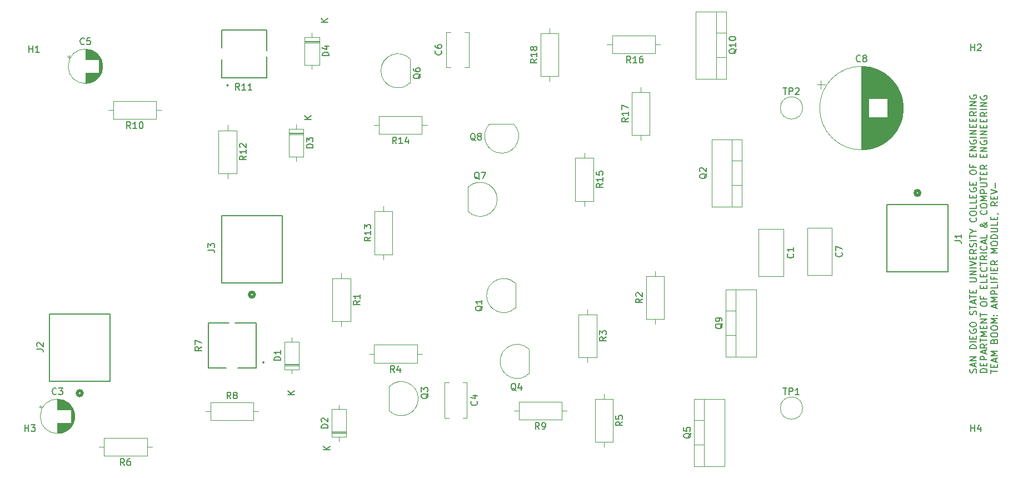
<source format=gbr>
%TF.GenerationSoftware,KiCad,Pcbnew,8.0.1*%
%TF.CreationDate,2024-09-17T13:26:04-07:00*%
%TF.ProjectId,Dorr_Amp_REV-,446f7272-5f41-46d7-905f-5245562d2e6b,-*%
%TF.SameCoordinates,Original*%
%TF.FileFunction,Legend,Top*%
%TF.FilePolarity,Positive*%
%FSLAX46Y46*%
G04 Gerber Fmt 4.6, Leading zero omitted, Abs format (unit mm)*
G04 Created by KiCad (PCBNEW 8.0.1) date 2024-09-17 13:26:04*
%MOMM*%
%LPD*%
G01*
G04 APERTURE LIST*
%ADD10C,0.150000*%
%ADD11C,0.120000*%
%ADD12C,0.152400*%
%ADD13C,0.508000*%
G04 APERTURE END LIST*
D10*
X186594312Y-121376839D02*
X186641931Y-121233982D01*
X186641931Y-121233982D02*
X186641931Y-120995887D01*
X186641931Y-120995887D02*
X186594312Y-120900649D01*
X186594312Y-120900649D02*
X186546692Y-120853030D01*
X186546692Y-120853030D02*
X186451454Y-120805411D01*
X186451454Y-120805411D02*
X186356216Y-120805411D01*
X186356216Y-120805411D02*
X186260978Y-120853030D01*
X186260978Y-120853030D02*
X186213359Y-120900649D01*
X186213359Y-120900649D02*
X186165740Y-120995887D01*
X186165740Y-120995887D02*
X186118121Y-121186363D01*
X186118121Y-121186363D02*
X186070502Y-121281601D01*
X186070502Y-121281601D02*
X186022883Y-121329220D01*
X186022883Y-121329220D02*
X185927645Y-121376839D01*
X185927645Y-121376839D02*
X185832407Y-121376839D01*
X185832407Y-121376839D02*
X185737169Y-121329220D01*
X185737169Y-121329220D02*
X185689550Y-121281601D01*
X185689550Y-121281601D02*
X185641931Y-121186363D01*
X185641931Y-121186363D02*
X185641931Y-120948268D01*
X185641931Y-120948268D02*
X185689550Y-120805411D01*
X186356216Y-120424458D02*
X186356216Y-119948268D01*
X186641931Y-120519696D02*
X185641931Y-120186363D01*
X185641931Y-120186363D02*
X186641931Y-119853030D01*
X186641931Y-119519696D02*
X185641931Y-119519696D01*
X185641931Y-119519696D02*
X186641931Y-118948268D01*
X186641931Y-118948268D02*
X185641931Y-118948268D01*
X186641931Y-117710172D02*
X185641931Y-117710172D01*
X185641931Y-117710172D02*
X185641931Y-117472077D01*
X185641931Y-117472077D02*
X185689550Y-117329220D01*
X185689550Y-117329220D02*
X185784788Y-117233982D01*
X185784788Y-117233982D02*
X185880026Y-117186363D01*
X185880026Y-117186363D02*
X186070502Y-117138744D01*
X186070502Y-117138744D02*
X186213359Y-117138744D01*
X186213359Y-117138744D02*
X186403835Y-117186363D01*
X186403835Y-117186363D02*
X186499073Y-117233982D01*
X186499073Y-117233982D02*
X186594312Y-117329220D01*
X186594312Y-117329220D02*
X186641931Y-117472077D01*
X186641931Y-117472077D02*
X186641931Y-117710172D01*
X186641931Y-116710172D02*
X185641931Y-116710172D01*
X186118121Y-116233982D02*
X186118121Y-115900649D01*
X186641931Y-115757792D02*
X186641931Y-116233982D01*
X186641931Y-116233982D02*
X185641931Y-116233982D01*
X185641931Y-116233982D02*
X185641931Y-115757792D01*
X185689550Y-114805411D02*
X185641931Y-114900649D01*
X185641931Y-114900649D02*
X185641931Y-115043506D01*
X185641931Y-115043506D02*
X185689550Y-115186363D01*
X185689550Y-115186363D02*
X185784788Y-115281601D01*
X185784788Y-115281601D02*
X185880026Y-115329220D01*
X185880026Y-115329220D02*
X186070502Y-115376839D01*
X186070502Y-115376839D02*
X186213359Y-115376839D01*
X186213359Y-115376839D02*
X186403835Y-115329220D01*
X186403835Y-115329220D02*
X186499073Y-115281601D01*
X186499073Y-115281601D02*
X186594312Y-115186363D01*
X186594312Y-115186363D02*
X186641931Y-115043506D01*
X186641931Y-115043506D02*
X186641931Y-114948268D01*
X186641931Y-114948268D02*
X186594312Y-114805411D01*
X186594312Y-114805411D02*
X186546692Y-114757792D01*
X186546692Y-114757792D02*
X186213359Y-114757792D01*
X186213359Y-114757792D02*
X186213359Y-114948268D01*
X185641931Y-114138744D02*
X185641931Y-113948268D01*
X185641931Y-113948268D02*
X185689550Y-113853030D01*
X185689550Y-113853030D02*
X185784788Y-113757792D01*
X185784788Y-113757792D02*
X185975264Y-113710173D01*
X185975264Y-113710173D02*
X186308597Y-113710173D01*
X186308597Y-113710173D02*
X186499073Y-113757792D01*
X186499073Y-113757792D02*
X186594312Y-113853030D01*
X186594312Y-113853030D02*
X186641931Y-113948268D01*
X186641931Y-113948268D02*
X186641931Y-114138744D01*
X186641931Y-114138744D02*
X186594312Y-114233982D01*
X186594312Y-114233982D02*
X186499073Y-114329220D01*
X186499073Y-114329220D02*
X186308597Y-114376839D01*
X186308597Y-114376839D02*
X185975264Y-114376839D01*
X185975264Y-114376839D02*
X185784788Y-114329220D01*
X185784788Y-114329220D02*
X185689550Y-114233982D01*
X185689550Y-114233982D02*
X185641931Y-114138744D01*
X186594312Y-112567315D02*
X186641931Y-112424458D01*
X186641931Y-112424458D02*
X186641931Y-112186363D01*
X186641931Y-112186363D02*
X186594312Y-112091125D01*
X186594312Y-112091125D02*
X186546692Y-112043506D01*
X186546692Y-112043506D02*
X186451454Y-111995887D01*
X186451454Y-111995887D02*
X186356216Y-111995887D01*
X186356216Y-111995887D02*
X186260978Y-112043506D01*
X186260978Y-112043506D02*
X186213359Y-112091125D01*
X186213359Y-112091125D02*
X186165740Y-112186363D01*
X186165740Y-112186363D02*
X186118121Y-112376839D01*
X186118121Y-112376839D02*
X186070502Y-112472077D01*
X186070502Y-112472077D02*
X186022883Y-112519696D01*
X186022883Y-112519696D02*
X185927645Y-112567315D01*
X185927645Y-112567315D02*
X185832407Y-112567315D01*
X185832407Y-112567315D02*
X185737169Y-112519696D01*
X185737169Y-112519696D02*
X185689550Y-112472077D01*
X185689550Y-112472077D02*
X185641931Y-112376839D01*
X185641931Y-112376839D02*
X185641931Y-112138744D01*
X185641931Y-112138744D02*
X185689550Y-111995887D01*
X185641931Y-111710172D02*
X185641931Y-111138744D01*
X186641931Y-111424458D02*
X185641931Y-111424458D01*
X186356216Y-110853029D02*
X186356216Y-110376839D01*
X186641931Y-110948267D02*
X185641931Y-110614934D01*
X185641931Y-110614934D02*
X186641931Y-110281601D01*
X185641931Y-110091124D02*
X185641931Y-109519696D01*
X186641931Y-109805410D02*
X185641931Y-109805410D01*
X186118121Y-109186362D02*
X186118121Y-108853029D01*
X186641931Y-108710172D02*
X186641931Y-109186362D01*
X186641931Y-109186362D02*
X185641931Y-109186362D01*
X185641931Y-109186362D02*
X185641931Y-108710172D01*
X185641931Y-107519695D02*
X186451454Y-107519695D01*
X186451454Y-107519695D02*
X186546692Y-107472076D01*
X186546692Y-107472076D02*
X186594312Y-107424457D01*
X186594312Y-107424457D02*
X186641931Y-107329219D01*
X186641931Y-107329219D02*
X186641931Y-107138743D01*
X186641931Y-107138743D02*
X186594312Y-107043505D01*
X186594312Y-107043505D02*
X186546692Y-106995886D01*
X186546692Y-106995886D02*
X186451454Y-106948267D01*
X186451454Y-106948267D02*
X185641931Y-106948267D01*
X186641931Y-106472076D02*
X185641931Y-106472076D01*
X185641931Y-106472076D02*
X186641931Y-105900648D01*
X186641931Y-105900648D02*
X185641931Y-105900648D01*
X186641931Y-105424457D02*
X185641931Y-105424457D01*
X185641931Y-105091124D02*
X186641931Y-104757791D01*
X186641931Y-104757791D02*
X185641931Y-104424458D01*
X186118121Y-104091124D02*
X186118121Y-103757791D01*
X186641931Y-103614934D02*
X186641931Y-104091124D01*
X186641931Y-104091124D02*
X185641931Y-104091124D01*
X185641931Y-104091124D02*
X185641931Y-103614934D01*
X186641931Y-102614934D02*
X186165740Y-102948267D01*
X186641931Y-103186362D02*
X185641931Y-103186362D01*
X185641931Y-103186362D02*
X185641931Y-102805410D01*
X185641931Y-102805410D02*
X185689550Y-102710172D01*
X185689550Y-102710172D02*
X185737169Y-102662553D01*
X185737169Y-102662553D02*
X185832407Y-102614934D01*
X185832407Y-102614934D02*
X185975264Y-102614934D01*
X185975264Y-102614934D02*
X186070502Y-102662553D01*
X186070502Y-102662553D02*
X186118121Y-102710172D01*
X186118121Y-102710172D02*
X186165740Y-102805410D01*
X186165740Y-102805410D02*
X186165740Y-103186362D01*
X186594312Y-102233981D02*
X186641931Y-102091124D01*
X186641931Y-102091124D02*
X186641931Y-101853029D01*
X186641931Y-101853029D02*
X186594312Y-101757791D01*
X186594312Y-101757791D02*
X186546692Y-101710172D01*
X186546692Y-101710172D02*
X186451454Y-101662553D01*
X186451454Y-101662553D02*
X186356216Y-101662553D01*
X186356216Y-101662553D02*
X186260978Y-101710172D01*
X186260978Y-101710172D02*
X186213359Y-101757791D01*
X186213359Y-101757791D02*
X186165740Y-101853029D01*
X186165740Y-101853029D02*
X186118121Y-102043505D01*
X186118121Y-102043505D02*
X186070502Y-102138743D01*
X186070502Y-102138743D02*
X186022883Y-102186362D01*
X186022883Y-102186362D02*
X185927645Y-102233981D01*
X185927645Y-102233981D02*
X185832407Y-102233981D01*
X185832407Y-102233981D02*
X185737169Y-102186362D01*
X185737169Y-102186362D02*
X185689550Y-102138743D01*
X185689550Y-102138743D02*
X185641931Y-102043505D01*
X185641931Y-102043505D02*
X185641931Y-101805410D01*
X185641931Y-101805410D02*
X185689550Y-101662553D01*
X186641931Y-101233981D02*
X185641931Y-101233981D01*
X185641931Y-100900648D02*
X185641931Y-100329220D01*
X186641931Y-100614934D02*
X185641931Y-100614934D01*
X186165740Y-99805410D02*
X186641931Y-99805410D01*
X185641931Y-100138743D02*
X186165740Y-99805410D01*
X186165740Y-99805410D02*
X185641931Y-99472077D01*
X186546692Y-97805410D02*
X186594312Y-97853029D01*
X186594312Y-97853029D02*
X186641931Y-97995886D01*
X186641931Y-97995886D02*
X186641931Y-98091124D01*
X186641931Y-98091124D02*
X186594312Y-98233981D01*
X186594312Y-98233981D02*
X186499073Y-98329219D01*
X186499073Y-98329219D02*
X186403835Y-98376838D01*
X186403835Y-98376838D02*
X186213359Y-98424457D01*
X186213359Y-98424457D02*
X186070502Y-98424457D01*
X186070502Y-98424457D02*
X185880026Y-98376838D01*
X185880026Y-98376838D02*
X185784788Y-98329219D01*
X185784788Y-98329219D02*
X185689550Y-98233981D01*
X185689550Y-98233981D02*
X185641931Y-98091124D01*
X185641931Y-98091124D02*
X185641931Y-97995886D01*
X185641931Y-97995886D02*
X185689550Y-97853029D01*
X185689550Y-97853029D02*
X185737169Y-97805410D01*
X185641931Y-97186362D02*
X185641931Y-96995886D01*
X185641931Y-96995886D02*
X185689550Y-96900648D01*
X185689550Y-96900648D02*
X185784788Y-96805410D01*
X185784788Y-96805410D02*
X185975264Y-96757791D01*
X185975264Y-96757791D02*
X186308597Y-96757791D01*
X186308597Y-96757791D02*
X186499073Y-96805410D01*
X186499073Y-96805410D02*
X186594312Y-96900648D01*
X186594312Y-96900648D02*
X186641931Y-96995886D01*
X186641931Y-96995886D02*
X186641931Y-97186362D01*
X186641931Y-97186362D02*
X186594312Y-97281600D01*
X186594312Y-97281600D02*
X186499073Y-97376838D01*
X186499073Y-97376838D02*
X186308597Y-97424457D01*
X186308597Y-97424457D02*
X185975264Y-97424457D01*
X185975264Y-97424457D02*
X185784788Y-97376838D01*
X185784788Y-97376838D02*
X185689550Y-97281600D01*
X185689550Y-97281600D02*
X185641931Y-97186362D01*
X186641931Y-95853029D02*
X186641931Y-96329219D01*
X186641931Y-96329219D02*
X185641931Y-96329219D01*
X186641931Y-95043505D02*
X186641931Y-95519695D01*
X186641931Y-95519695D02*
X185641931Y-95519695D01*
X186118121Y-94710171D02*
X186118121Y-94376838D01*
X186641931Y-94233981D02*
X186641931Y-94710171D01*
X186641931Y-94710171D02*
X185641931Y-94710171D01*
X185641931Y-94710171D02*
X185641931Y-94233981D01*
X185689550Y-93281600D02*
X185641931Y-93376838D01*
X185641931Y-93376838D02*
X185641931Y-93519695D01*
X185641931Y-93519695D02*
X185689550Y-93662552D01*
X185689550Y-93662552D02*
X185784788Y-93757790D01*
X185784788Y-93757790D02*
X185880026Y-93805409D01*
X185880026Y-93805409D02*
X186070502Y-93853028D01*
X186070502Y-93853028D02*
X186213359Y-93853028D01*
X186213359Y-93853028D02*
X186403835Y-93805409D01*
X186403835Y-93805409D02*
X186499073Y-93757790D01*
X186499073Y-93757790D02*
X186594312Y-93662552D01*
X186594312Y-93662552D02*
X186641931Y-93519695D01*
X186641931Y-93519695D02*
X186641931Y-93424457D01*
X186641931Y-93424457D02*
X186594312Y-93281600D01*
X186594312Y-93281600D02*
X186546692Y-93233981D01*
X186546692Y-93233981D02*
X186213359Y-93233981D01*
X186213359Y-93233981D02*
X186213359Y-93424457D01*
X186118121Y-92805409D02*
X186118121Y-92472076D01*
X186641931Y-92329219D02*
X186641931Y-92805409D01*
X186641931Y-92805409D02*
X185641931Y-92805409D01*
X185641931Y-92805409D02*
X185641931Y-92329219D01*
X185641931Y-90948266D02*
X185641931Y-90757790D01*
X185641931Y-90757790D02*
X185689550Y-90662552D01*
X185689550Y-90662552D02*
X185784788Y-90567314D01*
X185784788Y-90567314D02*
X185975264Y-90519695D01*
X185975264Y-90519695D02*
X186308597Y-90519695D01*
X186308597Y-90519695D02*
X186499073Y-90567314D01*
X186499073Y-90567314D02*
X186594312Y-90662552D01*
X186594312Y-90662552D02*
X186641931Y-90757790D01*
X186641931Y-90757790D02*
X186641931Y-90948266D01*
X186641931Y-90948266D02*
X186594312Y-91043504D01*
X186594312Y-91043504D02*
X186499073Y-91138742D01*
X186499073Y-91138742D02*
X186308597Y-91186361D01*
X186308597Y-91186361D02*
X185975264Y-91186361D01*
X185975264Y-91186361D02*
X185784788Y-91138742D01*
X185784788Y-91138742D02*
X185689550Y-91043504D01*
X185689550Y-91043504D02*
X185641931Y-90948266D01*
X186118121Y-89757790D02*
X186118121Y-90091123D01*
X186641931Y-90091123D02*
X185641931Y-90091123D01*
X185641931Y-90091123D02*
X185641931Y-89614933D01*
X186118121Y-88472075D02*
X186118121Y-88138742D01*
X186641931Y-87995885D02*
X186641931Y-88472075D01*
X186641931Y-88472075D02*
X185641931Y-88472075D01*
X185641931Y-88472075D02*
X185641931Y-87995885D01*
X186641931Y-87567313D02*
X185641931Y-87567313D01*
X185641931Y-87567313D02*
X186641931Y-86995885D01*
X186641931Y-86995885D02*
X185641931Y-86995885D01*
X185689550Y-85995885D02*
X185641931Y-86091123D01*
X185641931Y-86091123D02*
X185641931Y-86233980D01*
X185641931Y-86233980D02*
X185689550Y-86376837D01*
X185689550Y-86376837D02*
X185784788Y-86472075D01*
X185784788Y-86472075D02*
X185880026Y-86519694D01*
X185880026Y-86519694D02*
X186070502Y-86567313D01*
X186070502Y-86567313D02*
X186213359Y-86567313D01*
X186213359Y-86567313D02*
X186403835Y-86519694D01*
X186403835Y-86519694D02*
X186499073Y-86472075D01*
X186499073Y-86472075D02*
X186594312Y-86376837D01*
X186594312Y-86376837D02*
X186641931Y-86233980D01*
X186641931Y-86233980D02*
X186641931Y-86138742D01*
X186641931Y-86138742D02*
X186594312Y-85995885D01*
X186594312Y-85995885D02*
X186546692Y-85948266D01*
X186546692Y-85948266D02*
X186213359Y-85948266D01*
X186213359Y-85948266D02*
X186213359Y-86138742D01*
X186641931Y-85519694D02*
X185641931Y-85519694D01*
X186641931Y-85043504D02*
X185641931Y-85043504D01*
X185641931Y-85043504D02*
X186641931Y-84472076D01*
X186641931Y-84472076D02*
X185641931Y-84472076D01*
X186118121Y-83995885D02*
X186118121Y-83662552D01*
X186641931Y-83519695D02*
X186641931Y-83995885D01*
X186641931Y-83995885D02*
X185641931Y-83995885D01*
X185641931Y-83995885D02*
X185641931Y-83519695D01*
X186118121Y-83091123D02*
X186118121Y-82757790D01*
X186641931Y-82614933D02*
X186641931Y-83091123D01*
X186641931Y-83091123D02*
X185641931Y-83091123D01*
X185641931Y-83091123D02*
X185641931Y-82614933D01*
X186641931Y-81614933D02*
X186165740Y-81948266D01*
X186641931Y-82186361D02*
X185641931Y-82186361D01*
X185641931Y-82186361D02*
X185641931Y-81805409D01*
X185641931Y-81805409D02*
X185689550Y-81710171D01*
X185689550Y-81710171D02*
X185737169Y-81662552D01*
X185737169Y-81662552D02*
X185832407Y-81614933D01*
X185832407Y-81614933D02*
X185975264Y-81614933D01*
X185975264Y-81614933D02*
X186070502Y-81662552D01*
X186070502Y-81662552D02*
X186118121Y-81710171D01*
X186118121Y-81710171D02*
X186165740Y-81805409D01*
X186165740Y-81805409D02*
X186165740Y-82186361D01*
X186641931Y-81186361D02*
X185641931Y-81186361D01*
X186641931Y-80710171D02*
X185641931Y-80710171D01*
X185641931Y-80710171D02*
X186641931Y-80138743D01*
X186641931Y-80138743D02*
X185641931Y-80138743D01*
X185689550Y-79138743D02*
X185641931Y-79233981D01*
X185641931Y-79233981D02*
X185641931Y-79376838D01*
X185641931Y-79376838D02*
X185689550Y-79519695D01*
X185689550Y-79519695D02*
X185784788Y-79614933D01*
X185784788Y-79614933D02*
X185880026Y-79662552D01*
X185880026Y-79662552D02*
X186070502Y-79710171D01*
X186070502Y-79710171D02*
X186213359Y-79710171D01*
X186213359Y-79710171D02*
X186403835Y-79662552D01*
X186403835Y-79662552D02*
X186499073Y-79614933D01*
X186499073Y-79614933D02*
X186594312Y-79519695D01*
X186594312Y-79519695D02*
X186641931Y-79376838D01*
X186641931Y-79376838D02*
X186641931Y-79281600D01*
X186641931Y-79281600D02*
X186594312Y-79138743D01*
X186594312Y-79138743D02*
X186546692Y-79091124D01*
X186546692Y-79091124D02*
X186213359Y-79091124D01*
X186213359Y-79091124D02*
X186213359Y-79281600D01*
X188251875Y-121329220D02*
X187251875Y-121329220D01*
X187251875Y-121329220D02*
X187251875Y-121091125D01*
X187251875Y-121091125D02*
X187299494Y-120948268D01*
X187299494Y-120948268D02*
X187394732Y-120853030D01*
X187394732Y-120853030D02*
X187489970Y-120805411D01*
X187489970Y-120805411D02*
X187680446Y-120757792D01*
X187680446Y-120757792D02*
X187823303Y-120757792D01*
X187823303Y-120757792D02*
X188013779Y-120805411D01*
X188013779Y-120805411D02*
X188109017Y-120853030D01*
X188109017Y-120853030D02*
X188204256Y-120948268D01*
X188204256Y-120948268D02*
X188251875Y-121091125D01*
X188251875Y-121091125D02*
X188251875Y-121329220D01*
X187728065Y-120329220D02*
X187728065Y-119995887D01*
X188251875Y-119853030D02*
X188251875Y-120329220D01*
X188251875Y-120329220D02*
X187251875Y-120329220D01*
X187251875Y-120329220D02*
X187251875Y-119853030D01*
X188251875Y-119424458D02*
X187251875Y-119424458D01*
X187251875Y-119424458D02*
X187251875Y-119043506D01*
X187251875Y-119043506D02*
X187299494Y-118948268D01*
X187299494Y-118948268D02*
X187347113Y-118900649D01*
X187347113Y-118900649D02*
X187442351Y-118853030D01*
X187442351Y-118853030D02*
X187585208Y-118853030D01*
X187585208Y-118853030D02*
X187680446Y-118900649D01*
X187680446Y-118900649D02*
X187728065Y-118948268D01*
X187728065Y-118948268D02*
X187775684Y-119043506D01*
X187775684Y-119043506D02*
X187775684Y-119424458D01*
X187966160Y-118472077D02*
X187966160Y-117995887D01*
X188251875Y-118567315D02*
X187251875Y-118233982D01*
X187251875Y-118233982D02*
X188251875Y-117900649D01*
X188251875Y-116995887D02*
X187775684Y-117329220D01*
X188251875Y-117567315D02*
X187251875Y-117567315D01*
X187251875Y-117567315D02*
X187251875Y-117186363D01*
X187251875Y-117186363D02*
X187299494Y-117091125D01*
X187299494Y-117091125D02*
X187347113Y-117043506D01*
X187347113Y-117043506D02*
X187442351Y-116995887D01*
X187442351Y-116995887D02*
X187585208Y-116995887D01*
X187585208Y-116995887D02*
X187680446Y-117043506D01*
X187680446Y-117043506D02*
X187728065Y-117091125D01*
X187728065Y-117091125D02*
X187775684Y-117186363D01*
X187775684Y-117186363D02*
X187775684Y-117567315D01*
X187251875Y-116710172D02*
X187251875Y-116138744D01*
X188251875Y-116424458D02*
X187251875Y-116424458D01*
X188251875Y-115805410D02*
X187251875Y-115805410D01*
X187251875Y-115805410D02*
X187966160Y-115472077D01*
X187966160Y-115472077D02*
X187251875Y-115138744D01*
X187251875Y-115138744D02*
X188251875Y-115138744D01*
X187728065Y-114662553D02*
X187728065Y-114329220D01*
X188251875Y-114186363D02*
X188251875Y-114662553D01*
X188251875Y-114662553D02*
X187251875Y-114662553D01*
X187251875Y-114662553D02*
X187251875Y-114186363D01*
X188251875Y-113757791D02*
X187251875Y-113757791D01*
X187251875Y-113757791D02*
X188251875Y-113186363D01*
X188251875Y-113186363D02*
X187251875Y-113186363D01*
X187251875Y-112853029D02*
X187251875Y-112281601D01*
X188251875Y-112567315D02*
X187251875Y-112567315D01*
X187251875Y-110995886D02*
X187251875Y-110805410D01*
X187251875Y-110805410D02*
X187299494Y-110710172D01*
X187299494Y-110710172D02*
X187394732Y-110614934D01*
X187394732Y-110614934D02*
X187585208Y-110567315D01*
X187585208Y-110567315D02*
X187918541Y-110567315D01*
X187918541Y-110567315D02*
X188109017Y-110614934D01*
X188109017Y-110614934D02*
X188204256Y-110710172D01*
X188204256Y-110710172D02*
X188251875Y-110805410D01*
X188251875Y-110805410D02*
X188251875Y-110995886D01*
X188251875Y-110995886D02*
X188204256Y-111091124D01*
X188204256Y-111091124D02*
X188109017Y-111186362D01*
X188109017Y-111186362D02*
X187918541Y-111233981D01*
X187918541Y-111233981D02*
X187585208Y-111233981D01*
X187585208Y-111233981D02*
X187394732Y-111186362D01*
X187394732Y-111186362D02*
X187299494Y-111091124D01*
X187299494Y-111091124D02*
X187251875Y-110995886D01*
X187728065Y-109805410D02*
X187728065Y-110138743D01*
X188251875Y-110138743D02*
X187251875Y-110138743D01*
X187251875Y-110138743D02*
X187251875Y-109662553D01*
X187728065Y-108519695D02*
X187728065Y-108186362D01*
X188251875Y-108043505D02*
X188251875Y-108519695D01*
X188251875Y-108519695D02*
X187251875Y-108519695D01*
X187251875Y-108519695D02*
X187251875Y-108043505D01*
X188251875Y-107138743D02*
X188251875Y-107614933D01*
X188251875Y-107614933D02*
X187251875Y-107614933D01*
X187728065Y-106805409D02*
X187728065Y-106472076D01*
X188251875Y-106329219D02*
X188251875Y-106805409D01*
X188251875Y-106805409D02*
X187251875Y-106805409D01*
X187251875Y-106805409D02*
X187251875Y-106329219D01*
X188156636Y-105329219D02*
X188204256Y-105376838D01*
X188204256Y-105376838D02*
X188251875Y-105519695D01*
X188251875Y-105519695D02*
X188251875Y-105614933D01*
X188251875Y-105614933D02*
X188204256Y-105757790D01*
X188204256Y-105757790D02*
X188109017Y-105853028D01*
X188109017Y-105853028D02*
X188013779Y-105900647D01*
X188013779Y-105900647D02*
X187823303Y-105948266D01*
X187823303Y-105948266D02*
X187680446Y-105948266D01*
X187680446Y-105948266D02*
X187489970Y-105900647D01*
X187489970Y-105900647D02*
X187394732Y-105853028D01*
X187394732Y-105853028D02*
X187299494Y-105757790D01*
X187299494Y-105757790D02*
X187251875Y-105614933D01*
X187251875Y-105614933D02*
X187251875Y-105519695D01*
X187251875Y-105519695D02*
X187299494Y-105376838D01*
X187299494Y-105376838D02*
X187347113Y-105329219D01*
X187251875Y-105043504D02*
X187251875Y-104472076D01*
X188251875Y-104757790D02*
X187251875Y-104757790D01*
X188251875Y-103567314D02*
X187775684Y-103900647D01*
X188251875Y-104138742D02*
X187251875Y-104138742D01*
X187251875Y-104138742D02*
X187251875Y-103757790D01*
X187251875Y-103757790D02*
X187299494Y-103662552D01*
X187299494Y-103662552D02*
X187347113Y-103614933D01*
X187347113Y-103614933D02*
X187442351Y-103567314D01*
X187442351Y-103567314D02*
X187585208Y-103567314D01*
X187585208Y-103567314D02*
X187680446Y-103614933D01*
X187680446Y-103614933D02*
X187728065Y-103662552D01*
X187728065Y-103662552D02*
X187775684Y-103757790D01*
X187775684Y-103757790D02*
X187775684Y-104138742D01*
X188251875Y-103138742D02*
X187251875Y-103138742D01*
X188156636Y-102091124D02*
X188204256Y-102138743D01*
X188204256Y-102138743D02*
X188251875Y-102281600D01*
X188251875Y-102281600D02*
X188251875Y-102376838D01*
X188251875Y-102376838D02*
X188204256Y-102519695D01*
X188204256Y-102519695D02*
X188109017Y-102614933D01*
X188109017Y-102614933D02*
X188013779Y-102662552D01*
X188013779Y-102662552D02*
X187823303Y-102710171D01*
X187823303Y-102710171D02*
X187680446Y-102710171D01*
X187680446Y-102710171D02*
X187489970Y-102662552D01*
X187489970Y-102662552D02*
X187394732Y-102614933D01*
X187394732Y-102614933D02*
X187299494Y-102519695D01*
X187299494Y-102519695D02*
X187251875Y-102376838D01*
X187251875Y-102376838D02*
X187251875Y-102281600D01*
X187251875Y-102281600D02*
X187299494Y-102138743D01*
X187299494Y-102138743D02*
X187347113Y-102091124D01*
X187966160Y-101710171D02*
X187966160Y-101233981D01*
X188251875Y-101805409D02*
X187251875Y-101472076D01*
X187251875Y-101472076D02*
X188251875Y-101138743D01*
X188251875Y-100329219D02*
X188251875Y-100805409D01*
X188251875Y-100805409D02*
X187251875Y-100805409D01*
X188251875Y-98424456D02*
X188251875Y-98472076D01*
X188251875Y-98472076D02*
X188204256Y-98567314D01*
X188204256Y-98567314D02*
X188061398Y-98710171D01*
X188061398Y-98710171D02*
X187775684Y-98948266D01*
X187775684Y-98948266D02*
X187632827Y-99043504D01*
X187632827Y-99043504D02*
X187489970Y-99091123D01*
X187489970Y-99091123D02*
X187394732Y-99091123D01*
X187394732Y-99091123D02*
X187299494Y-99043504D01*
X187299494Y-99043504D02*
X187251875Y-98948266D01*
X187251875Y-98948266D02*
X187251875Y-98900647D01*
X187251875Y-98900647D02*
X187299494Y-98805409D01*
X187299494Y-98805409D02*
X187394732Y-98757790D01*
X187394732Y-98757790D02*
X187442351Y-98757790D01*
X187442351Y-98757790D02*
X187537589Y-98805409D01*
X187537589Y-98805409D02*
X187585208Y-98853028D01*
X187585208Y-98853028D02*
X187775684Y-99138742D01*
X187775684Y-99138742D02*
X187823303Y-99186361D01*
X187823303Y-99186361D02*
X187918541Y-99233980D01*
X187918541Y-99233980D02*
X188061398Y-99233980D01*
X188061398Y-99233980D02*
X188156636Y-99186361D01*
X188156636Y-99186361D02*
X188204256Y-99138742D01*
X188204256Y-99138742D02*
X188251875Y-99043504D01*
X188251875Y-99043504D02*
X188251875Y-98900647D01*
X188251875Y-98900647D02*
X188204256Y-98805409D01*
X188204256Y-98805409D02*
X188156636Y-98757790D01*
X188156636Y-98757790D02*
X187966160Y-98614933D01*
X187966160Y-98614933D02*
X187823303Y-98567314D01*
X187823303Y-98567314D02*
X187728065Y-98567314D01*
X188156636Y-96662552D02*
X188204256Y-96710171D01*
X188204256Y-96710171D02*
X188251875Y-96853028D01*
X188251875Y-96853028D02*
X188251875Y-96948266D01*
X188251875Y-96948266D02*
X188204256Y-97091123D01*
X188204256Y-97091123D02*
X188109017Y-97186361D01*
X188109017Y-97186361D02*
X188013779Y-97233980D01*
X188013779Y-97233980D02*
X187823303Y-97281599D01*
X187823303Y-97281599D02*
X187680446Y-97281599D01*
X187680446Y-97281599D02*
X187489970Y-97233980D01*
X187489970Y-97233980D02*
X187394732Y-97186361D01*
X187394732Y-97186361D02*
X187299494Y-97091123D01*
X187299494Y-97091123D02*
X187251875Y-96948266D01*
X187251875Y-96948266D02*
X187251875Y-96853028D01*
X187251875Y-96853028D02*
X187299494Y-96710171D01*
X187299494Y-96710171D02*
X187347113Y-96662552D01*
X187251875Y-96043504D02*
X187251875Y-95853028D01*
X187251875Y-95853028D02*
X187299494Y-95757790D01*
X187299494Y-95757790D02*
X187394732Y-95662552D01*
X187394732Y-95662552D02*
X187585208Y-95614933D01*
X187585208Y-95614933D02*
X187918541Y-95614933D01*
X187918541Y-95614933D02*
X188109017Y-95662552D01*
X188109017Y-95662552D02*
X188204256Y-95757790D01*
X188204256Y-95757790D02*
X188251875Y-95853028D01*
X188251875Y-95853028D02*
X188251875Y-96043504D01*
X188251875Y-96043504D02*
X188204256Y-96138742D01*
X188204256Y-96138742D02*
X188109017Y-96233980D01*
X188109017Y-96233980D02*
X187918541Y-96281599D01*
X187918541Y-96281599D02*
X187585208Y-96281599D01*
X187585208Y-96281599D02*
X187394732Y-96233980D01*
X187394732Y-96233980D02*
X187299494Y-96138742D01*
X187299494Y-96138742D02*
X187251875Y-96043504D01*
X188251875Y-95186361D02*
X187251875Y-95186361D01*
X187251875Y-95186361D02*
X187966160Y-94853028D01*
X187966160Y-94853028D02*
X187251875Y-94519695D01*
X187251875Y-94519695D02*
X188251875Y-94519695D01*
X188251875Y-94043504D02*
X187251875Y-94043504D01*
X187251875Y-94043504D02*
X187251875Y-93662552D01*
X187251875Y-93662552D02*
X187299494Y-93567314D01*
X187299494Y-93567314D02*
X187347113Y-93519695D01*
X187347113Y-93519695D02*
X187442351Y-93472076D01*
X187442351Y-93472076D02*
X187585208Y-93472076D01*
X187585208Y-93472076D02*
X187680446Y-93519695D01*
X187680446Y-93519695D02*
X187728065Y-93567314D01*
X187728065Y-93567314D02*
X187775684Y-93662552D01*
X187775684Y-93662552D02*
X187775684Y-94043504D01*
X187251875Y-93043504D02*
X188061398Y-93043504D01*
X188061398Y-93043504D02*
X188156636Y-92995885D01*
X188156636Y-92995885D02*
X188204256Y-92948266D01*
X188204256Y-92948266D02*
X188251875Y-92853028D01*
X188251875Y-92853028D02*
X188251875Y-92662552D01*
X188251875Y-92662552D02*
X188204256Y-92567314D01*
X188204256Y-92567314D02*
X188156636Y-92519695D01*
X188156636Y-92519695D02*
X188061398Y-92472076D01*
X188061398Y-92472076D02*
X187251875Y-92472076D01*
X187251875Y-92138742D02*
X187251875Y-91567314D01*
X188251875Y-91853028D02*
X187251875Y-91853028D01*
X187728065Y-91233980D02*
X187728065Y-90900647D01*
X188251875Y-90757790D02*
X188251875Y-91233980D01*
X188251875Y-91233980D02*
X187251875Y-91233980D01*
X187251875Y-91233980D02*
X187251875Y-90757790D01*
X188251875Y-89757790D02*
X187775684Y-90091123D01*
X188251875Y-90329218D02*
X187251875Y-90329218D01*
X187251875Y-90329218D02*
X187251875Y-89948266D01*
X187251875Y-89948266D02*
X187299494Y-89853028D01*
X187299494Y-89853028D02*
X187347113Y-89805409D01*
X187347113Y-89805409D02*
X187442351Y-89757790D01*
X187442351Y-89757790D02*
X187585208Y-89757790D01*
X187585208Y-89757790D02*
X187680446Y-89805409D01*
X187680446Y-89805409D02*
X187728065Y-89853028D01*
X187728065Y-89853028D02*
X187775684Y-89948266D01*
X187775684Y-89948266D02*
X187775684Y-90329218D01*
X187728065Y-88567313D02*
X187728065Y-88233980D01*
X188251875Y-88091123D02*
X188251875Y-88567313D01*
X188251875Y-88567313D02*
X187251875Y-88567313D01*
X187251875Y-88567313D02*
X187251875Y-88091123D01*
X188251875Y-87662551D02*
X187251875Y-87662551D01*
X187251875Y-87662551D02*
X188251875Y-87091123D01*
X188251875Y-87091123D02*
X187251875Y-87091123D01*
X187299494Y-86091123D02*
X187251875Y-86186361D01*
X187251875Y-86186361D02*
X187251875Y-86329218D01*
X187251875Y-86329218D02*
X187299494Y-86472075D01*
X187299494Y-86472075D02*
X187394732Y-86567313D01*
X187394732Y-86567313D02*
X187489970Y-86614932D01*
X187489970Y-86614932D02*
X187680446Y-86662551D01*
X187680446Y-86662551D02*
X187823303Y-86662551D01*
X187823303Y-86662551D02*
X188013779Y-86614932D01*
X188013779Y-86614932D02*
X188109017Y-86567313D01*
X188109017Y-86567313D02*
X188204256Y-86472075D01*
X188204256Y-86472075D02*
X188251875Y-86329218D01*
X188251875Y-86329218D02*
X188251875Y-86233980D01*
X188251875Y-86233980D02*
X188204256Y-86091123D01*
X188204256Y-86091123D02*
X188156636Y-86043504D01*
X188156636Y-86043504D02*
X187823303Y-86043504D01*
X187823303Y-86043504D02*
X187823303Y-86233980D01*
X188251875Y-85614932D02*
X187251875Y-85614932D01*
X188251875Y-85138742D02*
X187251875Y-85138742D01*
X187251875Y-85138742D02*
X188251875Y-84567314D01*
X188251875Y-84567314D02*
X187251875Y-84567314D01*
X187728065Y-84091123D02*
X187728065Y-83757790D01*
X188251875Y-83614933D02*
X188251875Y-84091123D01*
X188251875Y-84091123D02*
X187251875Y-84091123D01*
X187251875Y-84091123D02*
X187251875Y-83614933D01*
X187728065Y-83186361D02*
X187728065Y-82853028D01*
X188251875Y-82710171D02*
X188251875Y-83186361D01*
X188251875Y-83186361D02*
X187251875Y-83186361D01*
X187251875Y-83186361D02*
X187251875Y-82710171D01*
X188251875Y-81710171D02*
X187775684Y-82043504D01*
X188251875Y-82281599D02*
X187251875Y-82281599D01*
X187251875Y-82281599D02*
X187251875Y-81900647D01*
X187251875Y-81900647D02*
X187299494Y-81805409D01*
X187299494Y-81805409D02*
X187347113Y-81757790D01*
X187347113Y-81757790D02*
X187442351Y-81710171D01*
X187442351Y-81710171D02*
X187585208Y-81710171D01*
X187585208Y-81710171D02*
X187680446Y-81757790D01*
X187680446Y-81757790D02*
X187728065Y-81805409D01*
X187728065Y-81805409D02*
X187775684Y-81900647D01*
X187775684Y-81900647D02*
X187775684Y-82281599D01*
X188251875Y-81281599D02*
X187251875Y-81281599D01*
X188251875Y-80805409D02*
X187251875Y-80805409D01*
X187251875Y-80805409D02*
X188251875Y-80233981D01*
X188251875Y-80233981D02*
X187251875Y-80233981D01*
X187299494Y-79233981D02*
X187251875Y-79329219D01*
X187251875Y-79329219D02*
X187251875Y-79472076D01*
X187251875Y-79472076D02*
X187299494Y-79614933D01*
X187299494Y-79614933D02*
X187394732Y-79710171D01*
X187394732Y-79710171D02*
X187489970Y-79757790D01*
X187489970Y-79757790D02*
X187680446Y-79805409D01*
X187680446Y-79805409D02*
X187823303Y-79805409D01*
X187823303Y-79805409D02*
X188013779Y-79757790D01*
X188013779Y-79757790D02*
X188109017Y-79710171D01*
X188109017Y-79710171D02*
X188204256Y-79614933D01*
X188204256Y-79614933D02*
X188251875Y-79472076D01*
X188251875Y-79472076D02*
X188251875Y-79376838D01*
X188251875Y-79376838D02*
X188204256Y-79233981D01*
X188204256Y-79233981D02*
X188156636Y-79186362D01*
X188156636Y-79186362D02*
X187823303Y-79186362D01*
X187823303Y-79186362D02*
X187823303Y-79376838D01*
X188861819Y-121472077D02*
X188861819Y-120900649D01*
X189861819Y-121186363D02*
X188861819Y-121186363D01*
X189338009Y-120567315D02*
X189338009Y-120233982D01*
X189861819Y-120091125D02*
X189861819Y-120567315D01*
X189861819Y-120567315D02*
X188861819Y-120567315D01*
X188861819Y-120567315D02*
X188861819Y-120091125D01*
X189576104Y-119710172D02*
X189576104Y-119233982D01*
X189861819Y-119805410D02*
X188861819Y-119472077D01*
X188861819Y-119472077D02*
X189861819Y-119138744D01*
X189861819Y-118805410D02*
X188861819Y-118805410D01*
X188861819Y-118805410D02*
X189576104Y-118472077D01*
X189576104Y-118472077D02*
X188861819Y-118138744D01*
X188861819Y-118138744D02*
X189861819Y-118138744D01*
X189338009Y-116567315D02*
X189385628Y-116424458D01*
X189385628Y-116424458D02*
X189433247Y-116376839D01*
X189433247Y-116376839D02*
X189528485Y-116329220D01*
X189528485Y-116329220D02*
X189671342Y-116329220D01*
X189671342Y-116329220D02*
X189766580Y-116376839D01*
X189766580Y-116376839D02*
X189814200Y-116424458D01*
X189814200Y-116424458D02*
X189861819Y-116519696D01*
X189861819Y-116519696D02*
X189861819Y-116900648D01*
X189861819Y-116900648D02*
X188861819Y-116900648D01*
X188861819Y-116900648D02*
X188861819Y-116567315D01*
X188861819Y-116567315D02*
X188909438Y-116472077D01*
X188909438Y-116472077D02*
X188957057Y-116424458D01*
X188957057Y-116424458D02*
X189052295Y-116376839D01*
X189052295Y-116376839D02*
X189147533Y-116376839D01*
X189147533Y-116376839D02*
X189242771Y-116424458D01*
X189242771Y-116424458D02*
X189290390Y-116472077D01*
X189290390Y-116472077D02*
X189338009Y-116567315D01*
X189338009Y-116567315D02*
X189338009Y-116900648D01*
X188861819Y-115710172D02*
X188861819Y-115519696D01*
X188861819Y-115519696D02*
X188909438Y-115424458D01*
X188909438Y-115424458D02*
X189004676Y-115329220D01*
X189004676Y-115329220D02*
X189195152Y-115281601D01*
X189195152Y-115281601D02*
X189528485Y-115281601D01*
X189528485Y-115281601D02*
X189718961Y-115329220D01*
X189718961Y-115329220D02*
X189814200Y-115424458D01*
X189814200Y-115424458D02*
X189861819Y-115519696D01*
X189861819Y-115519696D02*
X189861819Y-115710172D01*
X189861819Y-115710172D02*
X189814200Y-115805410D01*
X189814200Y-115805410D02*
X189718961Y-115900648D01*
X189718961Y-115900648D02*
X189528485Y-115948267D01*
X189528485Y-115948267D02*
X189195152Y-115948267D01*
X189195152Y-115948267D02*
X189004676Y-115900648D01*
X189004676Y-115900648D02*
X188909438Y-115805410D01*
X188909438Y-115805410D02*
X188861819Y-115710172D01*
X188861819Y-114662553D02*
X188861819Y-114472077D01*
X188861819Y-114472077D02*
X188909438Y-114376839D01*
X188909438Y-114376839D02*
X189004676Y-114281601D01*
X189004676Y-114281601D02*
X189195152Y-114233982D01*
X189195152Y-114233982D02*
X189528485Y-114233982D01*
X189528485Y-114233982D02*
X189718961Y-114281601D01*
X189718961Y-114281601D02*
X189814200Y-114376839D01*
X189814200Y-114376839D02*
X189861819Y-114472077D01*
X189861819Y-114472077D02*
X189861819Y-114662553D01*
X189861819Y-114662553D02*
X189814200Y-114757791D01*
X189814200Y-114757791D02*
X189718961Y-114853029D01*
X189718961Y-114853029D02*
X189528485Y-114900648D01*
X189528485Y-114900648D02*
X189195152Y-114900648D01*
X189195152Y-114900648D02*
X189004676Y-114853029D01*
X189004676Y-114853029D02*
X188909438Y-114757791D01*
X188909438Y-114757791D02*
X188861819Y-114662553D01*
X189861819Y-113805410D02*
X188861819Y-113805410D01*
X188861819Y-113805410D02*
X189576104Y-113472077D01*
X189576104Y-113472077D02*
X188861819Y-113138744D01*
X188861819Y-113138744D02*
X189861819Y-113138744D01*
X189766580Y-112662553D02*
X189814200Y-112614934D01*
X189814200Y-112614934D02*
X189861819Y-112662553D01*
X189861819Y-112662553D02*
X189814200Y-112710172D01*
X189814200Y-112710172D02*
X189766580Y-112662553D01*
X189766580Y-112662553D02*
X189861819Y-112662553D01*
X189242771Y-112662553D02*
X189290390Y-112614934D01*
X189290390Y-112614934D02*
X189338009Y-112662553D01*
X189338009Y-112662553D02*
X189290390Y-112710172D01*
X189290390Y-112710172D02*
X189242771Y-112662553D01*
X189242771Y-112662553D02*
X189338009Y-112662553D01*
X189576104Y-111472077D02*
X189576104Y-110995887D01*
X189861819Y-111567315D02*
X188861819Y-111233982D01*
X188861819Y-111233982D02*
X189861819Y-110900649D01*
X189861819Y-110567315D02*
X188861819Y-110567315D01*
X188861819Y-110567315D02*
X189576104Y-110233982D01*
X189576104Y-110233982D02*
X188861819Y-109900649D01*
X188861819Y-109900649D02*
X189861819Y-109900649D01*
X189861819Y-109424458D02*
X188861819Y-109424458D01*
X188861819Y-109424458D02*
X188861819Y-109043506D01*
X188861819Y-109043506D02*
X188909438Y-108948268D01*
X188909438Y-108948268D02*
X188957057Y-108900649D01*
X188957057Y-108900649D02*
X189052295Y-108853030D01*
X189052295Y-108853030D02*
X189195152Y-108853030D01*
X189195152Y-108853030D02*
X189290390Y-108900649D01*
X189290390Y-108900649D02*
X189338009Y-108948268D01*
X189338009Y-108948268D02*
X189385628Y-109043506D01*
X189385628Y-109043506D02*
X189385628Y-109424458D01*
X189861819Y-107948268D02*
X189861819Y-108424458D01*
X189861819Y-108424458D02*
X188861819Y-108424458D01*
X189861819Y-107614934D02*
X188861819Y-107614934D01*
X189338009Y-106805411D02*
X189338009Y-107138744D01*
X189861819Y-107138744D02*
X188861819Y-107138744D01*
X188861819Y-107138744D02*
X188861819Y-106662554D01*
X189861819Y-106281601D02*
X188861819Y-106281601D01*
X189338009Y-105805411D02*
X189338009Y-105472078D01*
X189861819Y-105329221D02*
X189861819Y-105805411D01*
X189861819Y-105805411D02*
X188861819Y-105805411D01*
X188861819Y-105805411D02*
X188861819Y-105329221D01*
X189861819Y-104329221D02*
X189385628Y-104662554D01*
X189861819Y-104900649D02*
X188861819Y-104900649D01*
X188861819Y-104900649D02*
X188861819Y-104519697D01*
X188861819Y-104519697D02*
X188909438Y-104424459D01*
X188909438Y-104424459D02*
X188957057Y-104376840D01*
X188957057Y-104376840D02*
X189052295Y-104329221D01*
X189052295Y-104329221D02*
X189195152Y-104329221D01*
X189195152Y-104329221D02*
X189290390Y-104376840D01*
X189290390Y-104376840D02*
X189338009Y-104424459D01*
X189338009Y-104424459D02*
X189385628Y-104519697D01*
X189385628Y-104519697D02*
X189385628Y-104900649D01*
X189861819Y-103138744D02*
X188861819Y-103138744D01*
X188861819Y-103138744D02*
X189576104Y-102805411D01*
X189576104Y-102805411D02*
X188861819Y-102472078D01*
X188861819Y-102472078D02*
X189861819Y-102472078D01*
X188861819Y-101805411D02*
X188861819Y-101614935D01*
X188861819Y-101614935D02*
X188909438Y-101519697D01*
X188909438Y-101519697D02*
X189004676Y-101424459D01*
X189004676Y-101424459D02*
X189195152Y-101376840D01*
X189195152Y-101376840D02*
X189528485Y-101376840D01*
X189528485Y-101376840D02*
X189718961Y-101424459D01*
X189718961Y-101424459D02*
X189814200Y-101519697D01*
X189814200Y-101519697D02*
X189861819Y-101614935D01*
X189861819Y-101614935D02*
X189861819Y-101805411D01*
X189861819Y-101805411D02*
X189814200Y-101900649D01*
X189814200Y-101900649D02*
X189718961Y-101995887D01*
X189718961Y-101995887D02*
X189528485Y-102043506D01*
X189528485Y-102043506D02*
X189195152Y-102043506D01*
X189195152Y-102043506D02*
X189004676Y-101995887D01*
X189004676Y-101995887D02*
X188909438Y-101900649D01*
X188909438Y-101900649D02*
X188861819Y-101805411D01*
X189861819Y-100948268D02*
X188861819Y-100948268D01*
X188861819Y-100948268D02*
X188861819Y-100710173D01*
X188861819Y-100710173D02*
X188909438Y-100567316D01*
X188909438Y-100567316D02*
X189004676Y-100472078D01*
X189004676Y-100472078D02*
X189099914Y-100424459D01*
X189099914Y-100424459D02*
X189290390Y-100376840D01*
X189290390Y-100376840D02*
X189433247Y-100376840D01*
X189433247Y-100376840D02*
X189623723Y-100424459D01*
X189623723Y-100424459D02*
X189718961Y-100472078D01*
X189718961Y-100472078D02*
X189814200Y-100567316D01*
X189814200Y-100567316D02*
X189861819Y-100710173D01*
X189861819Y-100710173D02*
X189861819Y-100948268D01*
X188861819Y-99948268D02*
X189671342Y-99948268D01*
X189671342Y-99948268D02*
X189766580Y-99900649D01*
X189766580Y-99900649D02*
X189814200Y-99853030D01*
X189814200Y-99853030D02*
X189861819Y-99757792D01*
X189861819Y-99757792D02*
X189861819Y-99567316D01*
X189861819Y-99567316D02*
X189814200Y-99472078D01*
X189814200Y-99472078D02*
X189766580Y-99424459D01*
X189766580Y-99424459D02*
X189671342Y-99376840D01*
X189671342Y-99376840D02*
X188861819Y-99376840D01*
X189861819Y-98424459D02*
X189861819Y-98900649D01*
X189861819Y-98900649D02*
X188861819Y-98900649D01*
X189338009Y-98091125D02*
X189338009Y-97757792D01*
X189861819Y-97614935D02*
X189861819Y-98091125D01*
X189861819Y-98091125D02*
X188861819Y-98091125D01*
X188861819Y-98091125D02*
X188861819Y-97614935D01*
X189814200Y-97138744D02*
X189861819Y-97138744D01*
X189861819Y-97138744D02*
X189957057Y-97186363D01*
X189957057Y-97186363D02*
X190004676Y-97233982D01*
X189861819Y-95376840D02*
X189385628Y-95710173D01*
X189861819Y-95948268D02*
X188861819Y-95948268D01*
X188861819Y-95948268D02*
X188861819Y-95567316D01*
X188861819Y-95567316D02*
X188909438Y-95472078D01*
X188909438Y-95472078D02*
X188957057Y-95424459D01*
X188957057Y-95424459D02*
X189052295Y-95376840D01*
X189052295Y-95376840D02*
X189195152Y-95376840D01*
X189195152Y-95376840D02*
X189290390Y-95424459D01*
X189290390Y-95424459D02*
X189338009Y-95472078D01*
X189338009Y-95472078D02*
X189385628Y-95567316D01*
X189385628Y-95567316D02*
X189385628Y-95948268D01*
X189338009Y-94948268D02*
X189338009Y-94614935D01*
X189861819Y-94472078D02*
X189861819Y-94948268D01*
X189861819Y-94948268D02*
X188861819Y-94948268D01*
X188861819Y-94948268D02*
X188861819Y-94472078D01*
X188861819Y-94186363D02*
X189861819Y-93853030D01*
X189861819Y-93853030D02*
X188861819Y-93519697D01*
X189480866Y-93186363D02*
X189480866Y-92424459D01*
X110304761Y-86015057D02*
X110209523Y-85967438D01*
X110209523Y-85967438D02*
X110114285Y-85872200D01*
X110114285Y-85872200D02*
X109971428Y-85729342D01*
X109971428Y-85729342D02*
X109876190Y-85681723D01*
X109876190Y-85681723D02*
X109780952Y-85681723D01*
X109828571Y-85919819D02*
X109733333Y-85872200D01*
X109733333Y-85872200D02*
X109638095Y-85776961D01*
X109638095Y-85776961D02*
X109590476Y-85586485D01*
X109590476Y-85586485D02*
X109590476Y-85253152D01*
X109590476Y-85253152D02*
X109638095Y-85062676D01*
X109638095Y-85062676D02*
X109733333Y-84967438D01*
X109733333Y-84967438D02*
X109828571Y-84919819D01*
X109828571Y-84919819D02*
X110019047Y-84919819D01*
X110019047Y-84919819D02*
X110114285Y-84967438D01*
X110114285Y-84967438D02*
X110209523Y-85062676D01*
X110209523Y-85062676D02*
X110257142Y-85253152D01*
X110257142Y-85253152D02*
X110257142Y-85586485D01*
X110257142Y-85586485D02*
X110209523Y-85776961D01*
X110209523Y-85776961D02*
X110114285Y-85872200D01*
X110114285Y-85872200D02*
X110019047Y-85919819D01*
X110019047Y-85919819D02*
X109828571Y-85919819D01*
X110828571Y-85348390D02*
X110733333Y-85300771D01*
X110733333Y-85300771D02*
X110685714Y-85253152D01*
X110685714Y-85253152D02*
X110638095Y-85157914D01*
X110638095Y-85157914D02*
X110638095Y-85110295D01*
X110638095Y-85110295D02*
X110685714Y-85015057D01*
X110685714Y-85015057D02*
X110733333Y-84967438D01*
X110733333Y-84967438D02*
X110828571Y-84919819D01*
X110828571Y-84919819D02*
X111019047Y-84919819D01*
X111019047Y-84919819D02*
X111114285Y-84967438D01*
X111114285Y-84967438D02*
X111161904Y-85015057D01*
X111161904Y-85015057D02*
X111209523Y-85110295D01*
X111209523Y-85110295D02*
X111209523Y-85157914D01*
X111209523Y-85157914D02*
X111161904Y-85253152D01*
X111161904Y-85253152D02*
X111114285Y-85300771D01*
X111114285Y-85300771D02*
X111019047Y-85348390D01*
X111019047Y-85348390D02*
X110828571Y-85348390D01*
X110828571Y-85348390D02*
X110733333Y-85396009D01*
X110733333Y-85396009D02*
X110685714Y-85443628D01*
X110685714Y-85443628D02*
X110638095Y-85538866D01*
X110638095Y-85538866D02*
X110638095Y-85729342D01*
X110638095Y-85729342D02*
X110685714Y-85824580D01*
X110685714Y-85824580D02*
X110733333Y-85872200D01*
X110733333Y-85872200D02*
X110828571Y-85919819D01*
X110828571Y-85919819D02*
X111019047Y-85919819D01*
X111019047Y-85919819D02*
X111114285Y-85872200D01*
X111114285Y-85872200D02*
X111161904Y-85824580D01*
X111161904Y-85824580D02*
X111209523Y-85729342D01*
X111209523Y-85729342D02*
X111209523Y-85538866D01*
X111209523Y-85538866D02*
X111161904Y-85443628D01*
X111161904Y-85443628D02*
X111114285Y-85396009D01*
X111114285Y-85396009D02*
X111019047Y-85348390D01*
X73033333Y-125349819D02*
X72700000Y-124873628D01*
X72461905Y-125349819D02*
X72461905Y-124349819D01*
X72461905Y-124349819D02*
X72842857Y-124349819D01*
X72842857Y-124349819D02*
X72938095Y-124397438D01*
X72938095Y-124397438D02*
X72985714Y-124445057D01*
X72985714Y-124445057D02*
X73033333Y-124540295D01*
X73033333Y-124540295D02*
X73033333Y-124683152D01*
X73033333Y-124683152D02*
X72985714Y-124778390D01*
X72985714Y-124778390D02*
X72938095Y-124826009D01*
X72938095Y-124826009D02*
X72842857Y-124873628D01*
X72842857Y-124873628D02*
X72461905Y-124873628D01*
X73604762Y-124778390D02*
X73509524Y-124730771D01*
X73509524Y-124730771D02*
X73461905Y-124683152D01*
X73461905Y-124683152D02*
X73414286Y-124587914D01*
X73414286Y-124587914D02*
X73414286Y-124540295D01*
X73414286Y-124540295D02*
X73461905Y-124445057D01*
X73461905Y-124445057D02*
X73509524Y-124397438D01*
X73509524Y-124397438D02*
X73604762Y-124349819D01*
X73604762Y-124349819D02*
X73795238Y-124349819D01*
X73795238Y-124349819D02*
X73890476Y-124397438D01*
X73890476Y-124397438D02*
X73938095Y-124445057D01*
X73938095Y-124445057D02*
X73985714Y-124540295D01*
X73985714Y-124540295D02*
X73985714Y-124587914D01*
X73985714Y-124587914D02*
X73938095Y-124683152D01*
X73938095Y-124683152D02*
X73890476Y-124730771D01*
X73890476Y-124730771D02*
X73795238Y-124778390D01*
X73795238Y-124778390D02*
X73604762Y-124778390D01*
X73604762Y-124778390D02*
X73509524Y-124826009D01*
X73509524Y-124826009D02*
X73461905Y-124873628D01*
X73461905Y-124873628D02*
X73414286Y-124968866D01*
X73414286Y-124968866D02*
X73414286Y-125159342D01*
X73414286Y-125159342D02*
X73461905Y-125254580D01*
X73461905Y-125254580D02*
X73509524Y-125302200D01*
X73509524Y-125302200D02*
X73604762Y-125349819D01*
X73604762Y-125349819D02*
X73795238Y-125349819D01*
X73795238Y-125349819D02*
X73890476Y-125302200D01*
X73890476Y-125302200D02*
X73938095Y-125254580D01*
X73938095Y-125254580D02*
X73985714Y-125159342D01*
X73985714Y-125159342D02*
X73985714Y-124968866D01*
X73985714Y-124968866D02*
X73938095Y-124873628D01*
X73938095Y-124873628D02*
X73890476Y-124826009D01*
X73890476Y-124826009D02*
X73795238Y-124778390D01*
X98257142Y-86489819D02*
X97923809Y-86013628D01*
X97685714Y-86489819D02*
X97685714Y-85489819D01*
X97685714Y-85489819D02*
X98066666Y-85489819D01*
X98066666Y-85489819D02*
X98161904Y-85537438D01*
X98161904Y-85537438D02*
X98209523Y-85585057D01*
X98209523Y-85585057D02*
X98257142Y-85680295D01*
X98257142Y-85680295D02*
X98257142Y-85823152D01*
X98257142Y-85823152D02*
X98209523Y-85918390D01*
X98209523Y-85918390D02*
X98161904Y-85966009D01*
X98161904Y-85966009D02*
X98066666Y-86013628D01*
X98066666Y-86013628D02*
X97685714Y-86013628D01*
X99209523Y-86489819D02*
X98638095Y-86489819D01*
X98923809Y-86489819D02*
X98923809Y-85489819D01*
X98923809Y-85489819D02*
X98828571Y-85632676D01*
X98828571Y-85632676D02*
X98733333Y-85727914D01*
X98733333Y-85727914D02*
X98638095Y-85775533D01*
X100066666Y-85823152D02*
X100066666Y-86489819D01*
X99828571Y-85442200D02*
X99590476Y-86156485D01*
X99590476Y-86156485D02*
X100209523Y-86156485D01*
X157203895Y-123721619D02*
X157775323Y-123721619D01*
X157489609Y-124721619D02*
X157489609Y-123721619D01*
X158108657Y-124721619D02*
X158108657Y-123721619D01*
X158108657Y-123721619D02*
X158489609Y-123721619D01*
X158489609Y-123721619D02*
X158584847Y-123769238D01*
X158584847Y-123769238D02*
X158632466Y-123816857D01*
X158632466Y-123816857D02*
X158680085Y-123912095D01*
X158680085Y-123912095D02*
X158680085Y-124054952D01*
X158680085Y-124054952D02*
X158632466Y-124150190D01*
X158632466Y-124150190D02*
X158584847Y-124197809D01*
X158584847Y-124197809D02*
X158489609Y-124245428D01*
X158489609Y-124245428D02*
X158108657Y-124245428D01*
X159632466Y-124721619D02*
X159061038Y-124721619D01*
X159346752Y-124721619D02*
X159346752Y-123721619D01*
X159346752Y-123721619D02*
X159251514Y-123864476D01*
X159251514Y-123864476D02*
X159156276Y-123959714D01*
X159156276Y-123959714D02*
X159061038Y-124007333D01*
X75367219Y-88374457D02*
X74891028Y-88707790D01*
X75367219Y-88945885D02*
X74367219Y-88945885D01*
X74367219Y-88945885D02*
X74367219Y-88564933D01*
X74367219Y-88564933D02*
X74414838Y-88469695D01*
X74414838Y-88469695D02*
X74462457Y-88422076D01*
X74462457Y-88422076D02*
X74557695Y-88374457D01*
X74557695Y-88374457D02*
X74700552Y-88374457D01*
X74700552Y-88374457D02*
X74795790Y-88422076D01*
X74795790Y-88422076D02*
X74843409Y-88469695D01*
X74843409Y-88469695D02*
X74891028Y-88564933D01*
X74891028Y-88564933D02*
X74891028Y-88945885D01*
X75367219Y-87422076D02*
X75367219Y-87993504D01*
X75367219Y-87707790D02*
X74367219Y-87707790D01*
X74367219Y-87707790D02*
X74510076Y-87803028D01*
X74510076Y-87803028D02*
X74605314Y-87898266D01*
X74605314Y-87898266D02*
X74652933Y-87993504D01*
X74462457Y-87041123D02*
X74414838Y-86993504D01*
X74414838Y-86993504D02*
X74367219Y-86898266D01*
X74367219Y-86898266D02*
X74367219Y-86660171D01*
X74367219Y-86660171D02*
X74414838Y-86564933D01*
X74414838Y-86564933D02*
X74462457Y-86517314D01*
X74462457Y-86517314D02*
X74557695Y-86469695D01*
X74557695Y-86469695D02*
X74652933Y-86469695D01*
X74652933Y-86469695D02*
X74795790Y-86517314D01*
X74795790Y-86517314D02*
X75367219Y-87088742D01*
X75367219Y-87088742D02*
X75367219Y-86469695D01*
X158705980Y-103264667D02*
X158753600Y-103312286D01*
X158753600Y-103312286D02*
X158801219Y-103455143D01*
X158801219Y-103455143D02*
X158801219Y-103550381D01*
X158801219Y-103550381D02*
X158753600Y-103693238D01*
X158753600Y-103693238D02*
X158658361Y-103788476D01*
X158658361Y-103788476D02*
X158563123Y-103836095D01*
X158563123Y-103836095D02*
X158372647Y-103883714D01*
X158372647Y-103883714D02*
X158229790Y-103883714D01*
X158229790Y-103883714D02*
X158039314Y-103836095D01*
X158039314Y-103836095D02*
X157944076Y-103788476D01*
X157944076Y-103788476D02*
X157848838Y-103693238D01*
X157848838Y-103693238D02*
X157801219Y-103550381D01*
X157801219Y-103550381D02*
X157801219Y-103455143D01*
X157801219Y-103455143D02*
X157848838Y-103312286D01*
X157848838Y-103312286D02*
X157896457Y-103264667D01*
X158801219Y-102312286D02*
X158801219Y-102883714D01*
X158801219Y-102598000D02*
X157801219Y-102598000D01*
X157801219Y-102598000D02*
X157944076Y-102693238D01*
X157944076Y-102693238D02*
X158039314Y-102788476D01*
X158039314Y-102788476D02*
X158086933Y-102883714D01*
X42291095Y-72590819D02*
X42291095Y-71590819D01*
X42291095Y-72067009D02*
X42862523Y-72067009D01*
X42862523Y-72590819D02*
X42862523Y-71590819D01*
X43862523Y-72590819D02*
X43291095Y-72590819D01*
X43576809Y-72590819D02*
X43576809Y-71590819D01*
X43576809Y-71590819D02*
X43481571Y-71733676D01*
X43481571Y-71733676D02*
X43386333Y-71828914D01*
X43386333Y-71828914D02*
X43291095Y-71876533D01*
X41656095Y-130320819D02*
X41656095Y-129320819D01*
X41656095Y-129797009D02*
X42227523Y-129797009D01*
X42227523Y-130320819D02*
X42227523Y-129320819D01*
X42608476Y-129320819D02*
X43227523Y-129320819D01*
X43227523Y-129320819D02*
X42894190Y-129701771D01*
X42894190Y-129701771D02*
X43037047Y-129701771D01*
X43037047Y-129701771D02*
X43132285Y-129749390D01*
X43132285Y-129749390D02*
X43179904Y-129797009D01*
X43179904Y-129797009D02*
X43227523Y-129892247D01*
X43227523Y-129892247D02*
X43227523Y-130130342D01*
X43227523Y-130130342D02*
X43179904Y-130225580D01*
X43179904Y-130225580D02*
X43132285Y-130273200D01*
X43132285Y-130273200D02*
X43037047Y-130320819D01*
X43037047Y-130320819D02*
X42751333Y-130320819D01*
X42751333Y-130320819D02*
X42656095Y-130273200D01*
X42656095Y-130273200D02*
X42608476Y-130225580D01*
X129724819Y-92587857D02*
X129248628Y-92921190D01*
X129724819Y-93159285D02*
X128724819Y-93159285D01*
X128724819Y-93159285D02*
X128724819Y-92778333D01*
X128724819Y-92778333D02*
X128772438Y-92683095D01*
X128772438Y-92683095D02*
X128820057Y-92635476D01*
X128820057Y-92635476D02*
X128915295Y-92587857D01*
X128915295Y-92587857D02*
X129058152Y-92587857D01*
X129058152Y-92587857D02*
X129153390Y-92635476D01*
X129153390Y-92635476D02*
X129201009Y-92683095D01*
X129201009Y-92683095D02*
X129248628Y-92778333D01*
X129248628Y-92778333D02*
X129248628Y-93159285D01*
X129724819Y-91635476D02*
X129724819Y-92206904D01*
X129724819Y-91921190D02*
X128724819Y-91921190D01*
X128724819Y-91921190D02*
X128867676Y-92016428D01*
X128867676Y-92016428D02*
X128962914Y-92111666D01*
X128962914Y-92111666D02*
X129010533Y-92206904D01*
X128724819Y-90730714D02*
X128724819Y-91206904D01*
X128724819Y-91206904D02*
X129201009Y-91254523D01*
X129201009Y-91254523D02*
X129153390Y-91206904D01*
X129153390Y-91206904D02*
X129105771Y-91111666D01*
X129105771Y-91111666D02*
X129105771Y-90873571D01*
X129105771Y-90873571D02*
X129153390Y-90778333D01*
X129153390Y-90778333D02*
X129201009Y-90730714D01*
X129201009Y-90730714D02*
X129296247Y-90683095D01*
X129296247Y-90683095D02*
X129534342Y-90683095D01*
X129534342Y-90683095D02*
X129629580Y-90730714D01*
X129629580Y-90730714D02*
X129677200Y-90778333D01*
X129677200Y-90778333D02*
X129724819Y-90873571D01*
X129724819Y-90873571D02*
X129724819Y-91111666D01*
X129724819Y-91111666D02*
X129677200Y-91206904D01*
X129677200Y-91206904D02*
X129629580Y-91254523D01*
X69554819Y-102698333D02*
X70269104Y-102698333D01*
X70269104Y-102698333D02*
X70411961Y-102745952D01*
X70411961Y-102745952D02*
X70507200Y-102841190D01*
X70507200Y-102841190D02*
X70554819Y-102984047D01*
X70554819Y-102984047D02*
X70554819Y-103079285D01*
X69554819Y-102317380D02*
X69554819Y-101698333D01*
X69554819Y-101698333D02*
X69935771Y-102031666D01*
X69935771Y-102031666D02*
X69935771Y-101888809D01*
X69935771Y-101888809D02*
X69983390Y-101793571D01*
X69983390Y-101793571D02*
X70031009Y-101745952D01*
X70031009Y-101745952D02*
X70126247Y-101698333D01*
X70126247Y-101698333D02*
X70364342Y-101698333D01*
X70364342Y-101698333D02*
X70459580Y-101745952D01*
X70459580Y-101745952D02*
X70507200Y-101793571D01*
X70507200Y-101793571D02*
X70554819Y-101888809D01*
X70554819Y-101888809D02*
X70554819Y-102174523D01*
X70554819Y-102174523D02*
X70507200Y-102269761D01*
X70507200Y-102269761D02*
X70459580Y-102317380D01*
X185801095Y-130320819D02*
X185801095Y-129320819D01*
X185801095Y-129797009D02*
X186372523Y-129797009D01*
X186372523Y-130320819D02*
X186372523Y-129320819D01*
X187277285Y-129654152D02*
X187277285Y-130320819D01*
X187039190Y-129273200D02*
X186801095Y-129987485D01*
X186801095Y-129987485D02*
X187420142Y-129987485D01*
X185801095Y-72336819D02*
X185801095Y-71336819D01*
X185801095Y-71813009D02*
X186372523Y-71813009D01*
X186372523Y-72336819D02*
X186372523Y-71336819D01*
X186801095Y-71432057D02*
X186848714Y-71384438D01*
X186848714Y-71384438D02*
X186943952Y-71336819D01*
X186943952Y-71336819D02*
X187182047Y-71336819D01*
X187182047Y-71336819D02*
X187277285Y-71384438D01*
X187277285Y-71384438D02*
X187324904Y-71432057D01*
X187324904Y-71432057D02*
X187372523Y-71527295D01*
X187372523Y-71527295D02*
X187372523Y-71622533D01*
X187372523Y-71622533D02*
X187324904Y-71765390D01*
X187324904Y-71765390D02*
X186753476Y-72336819D01*
X186753476Y-72336819D02*
X187372523Y-72336819D01*
X130224819Y-115931666D02*
X129748628Y-116264999D01*
X130224819Y-116503094D02*
X129224819Y-116503094D01*
X129224819Y-116503094D02*
X129224819Y-116122142D01*
X129224819Y-116122142D02*
X129272438Y-116026904D01*
X129272438Y-116026904D02*
X129320057Y-115979285D01*
X129320057Y-115979285D02*
X129415295Y-115931666D01*
X129415295Y-115931666D02*
X129558152Y-115931666D01*
X129558152Y-115931666D02*
X129653390Y-115979285D01*
X129653390Y-115979285D02*
X129701009Y-116026904D01*
X129701009Y-116026904D02*
X129748628Y-116122142D01*
X129748628Y-116122142D02*
X129748628Y-116503094D01*
X129224819Y-115598332D02*
X129224819Y-114979285D01*
X129224819Y-114979285D02*
X129605771Y-115312618D01*
X129605771Y-115312618D02*
X129605771Y-115169761D01*
X129605771Y-115169761D02*
X129653390Y-115074523D01*
X129653390Y-115074523D02*
X129701009Y-115026904D01*
X129701009Y-115026904D02*
X129796247Y-114979285D01*
X129796247Y-114979285D02*
X130034342Y-114979285D01*
X130034342Y-114979285D02*
X130129580Y-115026904D01*
X130129580Y-115026904D02*
X130177200Y-115074523D01*
X130177200Y-115074523D02*
X130224819Y-115169761D01*
X130224819Y-115169761D02*
X130224819Y-115455475D01*
X130224819Y-115455475D02*
X130177200Y-115550713D01*
X130177200Y-115550713D02*
X130129580Y-115598332D01*
X46458333Y-124625580D02*
X46410714Y-124673200D01*
X46410714Y-124673200D02*
X46267857Y-124720819D01*
X46267857Y-124720819D02*
X46172619Y-124720819D01*
X46172619Y-124720819D02*
X46029762Y-124673200D01*
X46029762Y-124673200D02*
X45934524Y-124577961D01*
X45934524Y-124577961D02*
X45886905Y-124482723D01*
X45886905Y-124482723D02*
X45839286Y-124292247D01*
X45839286Y-124292247D02*
X45839286Y-124149390D01*
X45839286Y-124149390D02*
X45886905Y-123958914D01*
X45886905Y-123958914D02*
X45934524Y-123863676D01*
X45934524Y-123863676D02*
X46029762Y-123768438D01*
X46029762Y-123768438D02*
X46172619Y-123720819D01*
X46172619Y-123720819D02*
X46267857Y-123720819D01*
X46267857Y-123720819D02*
X46410714Y-123768438D01*
X46410714Y-123768438D02*
X46458333Y-123816057D01*
X46791667Y-123720819D02*
X47410714Y-123720819D01*
X47410714Y-123720819D02*
X47077381Y-124101771D01*
X47077381Y-124101771D02*
X47220238Y-124101771D01*
X47220238Y-124101771D02*
X47315476Y-124149390D01*
X47315476Y-124149390D02*
X47363095Y-124197009D01*
X47363095Y-124197009D02*
X47410714Y-124292247D01*
X47410714Y-124292247D02*
X47410714Y-124530342D01*
X47410714Y-124530342D02*
X47363095Y-124625580D01*
X47363095Y-124625580D02*
X47315476Y-124673200D01*
X47315476Y-124673200D02*
X47220238Y-124720819D01*
X47220238Y-124720819D02*
X46934524Y-124720819D01*
X46934524Y-124720819D02*
X46839286Y-124673200D01*
X46839286Y-124673200D02*
X46791667Y-124625580D01*
X147980057Y-113900238D02*
X147932438Y-113995476D01*
X147932438Y-113995476D02*
X147837200Y-114090714D01*
X147837200Y-114090714D02*
X147694342Y-114233571D01*
X147694342Y-114233571D02*
X147646723Y-114328809D01*
X147646723Y-114328809D02*
X147646723Y-114424047D01*
X147884819Y-114376428D02*
X147837200Y-114471666D01*
X147837200Y-114471666D02*
X147741961Y-114566904D01*
X147741961Y-114566904D02*
X147551485Y-114614523D01*
X147551485Y-114614523D02*
X147218152Y-114614523D01*
X147218152Y-114614523D02*
X147027676Y-114566904D01*
X147027676Y-114566904D02*
X146932438Y-114471666D01*
X146932438Y-114471666D02*
X146884819Y-114376428D01*
X146884819Y-114376428D02*
X146884819Y-114185952D01*
X146884819Y-114185952D02*
X146932438Y-114090714D01*
X146932438Y-114090714D02*
X147027676Y-113995476D01*
X147027676Y-113995476D02*
X147218152Y-113947857D01*
X147218152Y-113947857D02*
X147551485Y-113947857D01*
X147551485Y-113947857D02*
X147741961Y-113995476D01*
X147741961Y-113995476D02*
X147837200Y-114090714D01*
X147837200Y-114090714D02*
X147884819Y-114185952D01*
X147884819Y-114185952D02*
X147884819Y-114376428D01*
X147884819Y-113471666D02*
X147884819Y-113281190D01*
X147884819Y-113281190D02*
X147837200Y-113185952D01*
X147837200Y-113185952D02*
X147789580Y-113138333D01*
X147789580Y-113138333D02*
X147646723Y-113043095D01*
X147646723Y-113043095D02*
X147456247Y-112995476D01*
X147456247Y-112995476D02*
X147075295Y-112995476D01*
X147075295Y-112995476D02*
X146980057Y-113043095D01*
X146980057Y-113043095D02*
X146932438Y-113090714D01*
X146932438Y-113090714D02*
X146884819Y-113185952D01*
X146884819Y-113185952D02*
X146884819Y-113376428D01*
X146884819Y-113376428D02*
X146932438Y-113471666D01*
X146932438Y-113471666D02*
X146980057Y-113519285D01*
X146980057Y-113519285D02*
X147075295Y-113566904D01*
X147075295Y-113566904D02*
X147313390Y-113566904D01*
X147313390Y-113566904D02*
X147408628Y-113519285D01*
X147408628Y-113519285D02*
X147456247Y-113471666D01*
X147456247Y-113471666D02*
X147503866Y-113376428D01*
X147503866Y-113376428D02*
X147503866Y-113185952D01*
X147503866Y-113185952D02*
X147456247Y-113090714D01*
X147456247Y-113090714D02*
X147408628Y-113043095D01*
X147408628Y-113043095D02*
X147313390Y-112995476D01*
X74357142Y-78319819D02*
X74023809Y-77843628D01*
X73785714Y-78319819D02*
X73785714Y-77319819D01*
X73785714Y-77319819D02*
X74166666Y-77319819D01*
X74166666Y-77319819D02*
X74261904Y-77367438D01*
X74261904Y-77367438D02*
X74309523Y-77415057D01*
X74309523Y-77415057D02*
X74357142Y-77510295D01*
X74357142Y-77510295D02*
X74357142Y-77653152D01*
X74357142Y-77653152D02*
X74309523Y-77748390D01*
X74309523Y-77748390D02*
X74261904Y-77796009D01*
X74261904Y-77796009D02*
X74166666Y-77843628D01*
X74166666Y-77843628D02*
X73785714Y-77843628D01*
X75309523Y-78319819D02*
X74738095Y-78319819D01*
X75023809Y-78319819D02*
X75023809Y-77319819D01*
X75023809Y-77319819D02*
X74928571Y-77462676D01*
X74928571Y-77462676D02*
X74833333Y-77557914D01*
X74833333Y-77557914D02*
X74738095Y-77605533D01*
X76261904Y-78319819D02*
X75690476Y-78319819D01*
X75976190Y-78319819D02*
X75976190Y-77319819D01*
X75976190Y-77319819D02*
X75880952Y-77462676D01*
X75880952Y-77462676D02*
X75785714Y-77557914D01*
X75785714Y-77557914D02*
X75690476Y-77605533D01*
X135752819Y-110123266D02*
X135276628Y-110456599D01*
X135752819Y-110694694D02*
X134752819Y-110694694D01*
X134752819Y-110694694D02*
X134752819Y-110313742D01*
X134752819Y-110313742D02*
X134800438Y-110218504D01*
X134800438Y-110218504D02*
X134848057Y-110170885D01*
X134848057Y-110170885D02*
X134943295Y-110123266D01*
X134943295Y-110123266D02*
X135086152Y-110123266D01*
X135086152Y-110123266D02*
X135181390Y-110170885D01*
X135181390Y-110170885D02*
X135229009Y-110218504D01*
X135229009Y-110218504D02*
X135276628Y-110313742D01*
X135276628Y-110313742D02*
X135276628Y-110694694D01*
X134848057Y-109742313D02*
X134800438Y-109694694D01*
X134800438Y-109694694D02*
X134752819Y-109599456D01*
X134752819Y-109599456D02*
X134752819Y-109361361D01*
X134752819Y-109361361D02*
X134800438Y-109266123D01*
X134800438Y-109266123D02*
X134848057Y-109218504D01*
X134848057Y-109218504D02*
X134943295Y-109170885D01*
X134943295Y-109170885D02*
X135038533Y-109170885D01*
X135038533Y-109170885D02*
X135181390Y-109218504D01*
X135181390Y-109218504D02*
X135752819Y-109789932D01*
X135752819Y-109789932D02*
X135752819Y-109170885D01*
X50714133Y-71304380D02*
X50666514Y-71352000D01*
X50666514Y-71352000D02*
X50523657Y-71399619D01*
X50523657Y-71399619D02*
X50428419Y-71399619D01*
X50428419Y-71399619D02*
X50285562Y-71352000D01*
X50285562Y-71352000D02*
X50190324Y-71256761D01*
X50190324Y-71256761D02*
X50142705Y-71161523D01*
X50142705Y-71161523D02*
X50095086Y-70971047D01*
X50095086Y-70971047D02*
X50095086Y-70828190D01*
X50095086Y-70828190D02*
X50142705Y-70637714D01*
X50142705Y-70637714D02*
X50190324Y-70542476D01*
X50190324Y-70542476D02*
X50285562Y-70447238D01*
X50285562Y-70447238D02*
X50428419Y-70399619D01*
X50428419Y-70399619D02*
X50523657Y-70399619D01*
X50523657Y-70399619D02*
X50666514Y-70447238D01*
X50666514Y-70447238D02*
X50714133Y-70494857D01*
X51618895Y-70399619D02*
X51142705Y-70399619D01*
X51142705Y-70399619D02*
X51095086Y-70875809D01*
X51095086Y-70875809D02*
X51142705Y-70828190D01*
X51142705Y-70828190D02*
X51237943Y-70780571D01*
X51237943Y-70780571D02*
X51476038Y-70780571D01*
X51476038Y-70780571D02*
X51571276Y-70828190D01*
X51571276Y-70828190D02*
X51618895Y-70875809D01*
X51618895Y-70875809D02*
X51666514Y-70971047D01*
X51666514Y-70971047D02*
X51666514Y-71209142D01*
X51666514Y-71209142D02*
X51618895Y-71304380D01*
X51618895Y-71304380D02*
X51571276Y-71352000D01*
X51571276Y-71352000D02*
X51476038Y-71399619D01*
X51476038Y-71399619D02*
X51237943Y-71399619D01*
X51237943Y-71399619D02*
X51142705Y-71352000D01*
X51142705Y-71352000D02*
X51095086Y-71304380D01*
X101950057Y-75860238D02*
X101902438Y-75955476D01*
X101902438Y-75955476D02*
X101807200Y-76050714D01*
X101807200Y-76050714D02*
X101664342Y-76193571D01*
X101664342Y-76193571D02*
X101616723Y-76288809D01*
X101616723Y-76288809D02*
X101616723Y-76384047D01*
X101854819Y-76336428D02*
X101807200Y-76431666D01*
X101807200Y-76431666D02*
X101711961Y-76526904D01*
X101711961Y-76526904D02*
X101521485Y-76574523D01*
X101521485Y-76574523D02*
X101188152Y-76574523D01*
X101188152Y-76574523D02*
X100997676Y-76526904D01*
X100997676Y-76526904D02*
X100902438Y-76431666D01*
X100902438Y-76431666D02*
X100854819Y-76336428D01*
X100854819Y-76336428D02*
X100854819Y-76145952D01*
X100854819Y-76145952D02*
X100902438Y-76050714D01*
X100902438Y-76050714D02*
X100997676Y-75955476D01*
X100997676Y-75955476D02*
X101188152Y-75907857D01*
X101188152Y-75907857D02*
X101521485Y-75907857D01*
X101521485Y-75907857D02*
X101711961Y-75955476D01*
X101711961Y-75955476D02*
X101807200Y-76050714D01*
X101807200Y-76050714D02*
X101854819Y-76145952D01*
X101854819Y-76145952D02*
X101854819Y-76336428D01*
X100854819Y-75050714D02*
X100854819Y-75241190D01*
X100854819Y-75241190D02*
X100902438Y-75336428D01*
X100902438Y-75336428D02*
X100950057Y-75384047D01*
X100950057Y-75384047D02*
X101092914Y-75479285D01*
X101092914Y-75479285D02*
X101283390Y-75526904D01*
X101283390Y-75526904D02*
X101664342Y-75526904D01*
X101664342Y-75526904D02*
X101759580Y-75479285D01*
X101759580Y-75479285D02*
X101807200Y-75431666D01*
X101807200Y-75431666D02*
X101854819Y-75336428D01*
X101854819Y-75336428D02*
X101854819Y-75145952D01*
X101854819Y-75145952D02*
X101807200Y-75050714D01*
X101807200Y-75050714D02*
X101759580Y-75003095D01*
X101759580Y-75003095D02*
X101664342Y-74955476D01*
X101664342Y-74955476D02*
X101426247Y-74955476D01*
X101426247Y-74955476D02*
X101331009Y-75003095D01*
X101331009Y-75003095D02*
X101283390Y-75050714D01*
X101283390Y-75050714D02*
X101235771Y-75145952D01*
X101235771Y-75145952D02*
X101235771Y-75336428D01*
X101235771Y-75336428D02*
X101283390Y-75431666D01*
X101283390Y-75431666D02*
X101331009Y-75479285D01*
X101331009Y-75479285D02*
X101426247Y-75526904D01*
X85574819Y-87103094D02*
X84574819Y-87103094D01*
X84574819Y-87103094D02*
X84574819Y-86864999D01*
X84574819Y-86864999D02*
X84622438Y-86722142D01*
X84622438Y-86722142D02*
X84717676Y-86626904D01*
X84717676Y-86626904D02*
X84812914Y-86579285D01*
X84812914Y-86579285D02*
X85003390Y-86531666D01*
X85003390Y-86531666D02*
X85146247Y-86531666D01*
X85146247Y-86531666D02*
X85336723Y-86579285D01*
X85336723Y-86579285D02*
X85431961Y-86626904D01*
X85431961Y-86626904D02*
X85527200Y-86722142D01*
X85527200Y-86722142D02*
X85574819Y-86864999D01*
X85574819Y-86864999D02*
X85574819Y-87103094D01*
X84574819Y-86198332D02*
X84574819Y-85579285D01*
X84574819Y-85579285D02*
X84955771Y-85912618D01*
X84955771Y-85912618D02*
X84955771Y-85769761D01*
X84955771Y-85769761D02*
X85003390Y-85674523D01*
X85003390Y-85674523D02*
X85051009Y-85626904D01*
X85051009Y-85626904D02*
X85146247Y-85579285D01*
X85146247Y-85579285D02*
X85384342Y-85579285D01*
X85384342Y-85579285D02*
X85479580Y-85626904D01*
X85479580Y-85626904D02*
X85527200Y-85674523D01*
X85527200Y-85674523D02*
X85574819Y-85769761D01*
X85574819Y-85769761D02*
X85574819Y-86055475D01*
X85574819Y-86055475D02*
X85527200Y-86150713D01*
X85527200Y-86150713D02*
X85479580Y-86198332D01*
X85254819Y-82816904D02*
X84254819Y-82816904D01*
X85254819Y-82245476D02*
X84683390Y-82674047D01*
X84254819Y-82245476D02*
X84826247Y-82816904D01*
X105059580Y-72331666D02*
X105107200Y-72379285D01*
X105107200Y-72379285D02*
X105154819Y-72522142D01*
X105154819Y-72522142D02*
X105154819Y-72617380D01*
X105154819Y-72617380D02*
X105107200Y-72760237D01*
X105107200Y-72760237D02*
X105011961Y-72855475D01*
X105011961Y-72855475D02*
X104916723Y-72903094D01*
X104916723Y-72903094D02*
X104726247Y-72950713D01*
X104726247Y-72950713D02*
X104583390Y-72950713D01*
X104583390Y-72950713D02*
X104392914Y-72903094D01*
X104392914Y-72903094D02*
X104297676Y-72855475D01*
X104297676Y-72855475D02*
X104202438Y-72760237D01*
X104202438Y-72760237D02*
X104154819Y-72617380D01*
X104154819Y-72617380D02*
X104154819Y-72522142D01*
X104154819Y-72522142D02*
X104202438Y-72379285D01*
X104202438Y-72379285D02*
X104250057Y-72331666D01*
X104154819Y-71474523D02*
X104154819Y-71664999D01*
X104154819Y-71664999D02*
X104202438Y-71760237D01*
X104202438Y-71760237D02*
X104250057Y-71807856D01*
X104250057Y-71807856D02*
X104392914Y-71903094D01*
X104392914Y-71903094D02*
X104583390Y-71950713D01*
X104583390Y-71950713D02*
X104964342Y-71950713D01*
X104964342Y-71950713D02*
X105059580Y-71903094D01*
X105059580Y-71903094D02*
X105107200Y-71855475D01*
X105107200Y-71855475D02*
X105154819Y-71760237D01*
X105154819Y-71760237D02*
X105154819Y-71569761D01*
X105154819Y-71569761D02*
X105107200Y-71474523D01*
X105107200Y-71474523D02*
X105059580Y-71426904D01*
X105059580Y-71426904D02*
X104964342Y-71379285D01*
X104964342Y-71379285D02*
X104726247Y-71379285D01*
X104726247Y-71379285D02*
X104631009Y-71426904D01*
X104631009Y-71426904D02*
X104583390Y-71474523D01*
X104583390Y-71474523D02*
X104535771Y-71569761D01*
X104535771Y-71569761D02*
X104535771Y-71760237D01*
X104535771Y-71760237D02*
X104583390Y-71855475D01*
X104583390Y-71855475D02*
X104631009Y-71903094D01*
X104631009Y-71903094D02*
X104726247Y-71950713D01*
X57757142Y-84189819D02*
X57423809Y-83713628D01*
X57185714Y-84189819D02*
X57185714Y-83189819D01*
X57185714Y-83189819D02*
X57566666Y-83189819D01*
X57566666Y-83189819D02*
X57661904Y-83237438D01*
X57661904Y-83237438D02*
X57709523Y-83285057D01*
X57709523Y-83285057D02*
X57757142Y-83380295D01*
X57757142Y-83380295D02*
X57757142Y-83523152D01*
X57757142Y-83523152D02*
X57709523Y-83618390D01*
X57709523Y-83618390D02*
X57661904Y-83666009D01*
X57661904Y-83666009D02*
X57566666Y-83713628D01*
X57566666Y-83713628D02*
X57185714Y-83713628D01*
X58709523Y-84189819D02*
X58138095Y-84189819D01*
X58423809Y-84189819D02*
X58423809Y-83189819D01*
X58423809Y-83189819D02*
X58328571Y-83332676D01*
X58328571Y-83332676D02*
X58233333Y-83427914D01*
X58233333Y-83427914D02*
X58138095Y-83475533D01*
X59328571Y-83189819D02*
X59423809Y-83189819D01*
X59423809Y-83189819D02*
X59519047Y-83237438D01*
X59519047Y-83237438D02*
X59566666Y-83285057D01*
X59566666Y-83285057D02*
X59614285Y-83380295D01*
X59614285Y-83380295D02*
X59661904Y-83570771D01*
X59661904Y-83570771D02*
X59661904Y-83808866D01*
X59661904Y-83808866D02*
X59614285Y-83999342D01*
X59614285Y-83999342D02*
X59566666Y-84094580D01*
X59566666Y-84094580D02*
X59519047Y-84142200D01*
X59519047Y-84142200D02*
X59423809Y-84189819D01*
X59423809Y-84189819D02*
X59328571Y-84189819D01*
X59328571Y-84189819D02*
X59233333Y-84142200D01*
X59233333Y-84142200D02*
X59185714Y-84094580D01*
X59185714Y-84094580D02*
X59138095Y-83999342D01*
X59138095Y-83999342D02*
X59090476Y-83808866D01*
X59090476Y-83808866D02*
X59090476Y-83570771D01*
X59090476Y-83570771D02*
X59138095Y-83380295D01*
X59138095Y-83380295D02*
X59185714Y-83285057D01*
X59185714Y-83285057D02*
X59233333Y-83237438D01*
X59233333Y-83237438D02*
X59328571Y-83189819D01*
X143142857Y-130600438D02*
X143095238Y-130695676D01*
X143095238Y-130695676D02*
X143000000Y-130790914D01*
X143000000Y-130790914D02*
X142857142Y-130933771D01*
X142857142Y-130933771D02*
X142809523Y-131029009D01*
X142809523Y-131029009D02*
X142809523Y-131124247D01*
X143047619Y-131076628D02*
X143000000Y-131171866D01*
X143000000Y-131171866D02*
X142904761Y-131267104D01*
X142904761Y-131267104D02*
X142714285Y-131314723D01*
X142714285Y-131314723D02*
X142380952Y-131314723D01*
X142380952Y-131314723D02*
X142190476Y-131267104D01*
X142190476Y-131267104D02*
X142095238Y-131171866D01*
X142095238Y-131171866D02*
X142047619Y-131076628D01*
X142047619Y-131076628D02*
X142047619Y-130886152D01*
X142047619Y-130886152D02*
X142095238Y-130790914D01*
X142095238Y-130790914D02*
X142190476Y-130695676D01*
X142190476Y-130695676D02*
X142380952Y-130648057D01*
X142380952Y-130648057D02*
X142714285Y-130648057D01*
X142714285Y-130648057D02*
X142904761Y-130695676D01*
X142904761Y-130695676D02*
X143000000Y-130790914D01*
X143000000Y-130790914D02*
X143047619Y-130886152D01*
X143047619Y-130886152D02*
X143047619Y-131076628D01*
X142047619Y-129743295D02*
X142047619Y-130219485D01*
X142047619Y-130219485D02*
X142523809Y-130267104D01*
X142523809Y-130267104D02*
X142476190Y-130219485D01*
X142476190Y-130219485D02*
X142428571Y-130124247D01*
X142428571Y-130124247D02*
X142428571Y-129886152D01*
X142428571Y-129886152D02*
X142476190Y-129790914D01*
X142476190Y-129790914D02*
X142523809Y-129743295D01*
X142523809Y-129743295D02*
X142619047Y-129695676D01*
X142619047Y-129695676D02*
X142857142Y-129695676D01*
X142857142Y-129695676D02*
X142952380Y-129743295D01*
X142952380Y-129743295D02*
X143000000Y-129790914D01*
X143000000Y-129790914D02*
X143047619Y-129886152D01*
X143047619Y-129886152D02*
X143047619Y-130124247D01*
X143047619Y-130124247D02*
X143000000Y-130219485D01*
X143000000Y-130219485D02*
X142952380Y-130267104D01*
X110509580Y-125731666D02*
X110557200Y-125779285D01*
X110557200Y-125779285D02*
X110604819Y-125922142D01*
X110604819Y-125922142D02*
X110604819Y-126017380D01*
X110604819Y-126017380D02*
X110557200Y-126160237D01*
X110557200Y-126160237D02*
X110461961Y-126255475D01*
X110461961Y-126255475D02*
X110366723Y-126303094D01*
X110366723Y-126303094D02*
X110176247Y-126350713D01*
X110176247Y-126350713D02*
X110033390Y-126350713D01*
X110033390Y-126350713D02*
X109842914Y-126303094D01*
X109842914Y-126303094D02*
X109747676Y-126255475D01*
X109747676Y-126255475D02*
X109652438Y-126160237D01*
X109652438Y-126160237D02*
X109604819Y-126017380D01*
X109604819Y-126017380D02*
X109604819Y-125922142D01*
X109604819Y-125922142D02*
X109652438Y-125779285D01*
X109652438Y-125779285D02*
X109700057Y-125731666D01*
X109938152Y-124874523D02*
X110604819Y-124874523D01*
X109557200Y-125112618D02*
X110271485Y-125350713D01*
X110271485Y-125350713D02*
X110271485Y-124731666D01*
X56833333Y-135489819D02*
X56500000Y-135013628D01*
X56261905Y-135489819D02*
X56261905Y-134489819D01*
X56261905Y-134489819D02*
X56642857Y-134489819D01*
X56642857Y-134489819D02*
X56738095Y-134537438D01*
X56738095Y-134537438D02*
X56785714Y-134585057D01*
X56785714Y-134585057D02*
X56833333Y-134680295D01*
X56833333Y-134680295D02*
X56833333Y-134823152D01*
X56833333Y-134823152D02*
X56785714Y-134918390D01*
X56785714Y-134918390D02*
X56738095Y-134966009D01*
X56738095Y-134966009D02*
X56642857Y-135013628D01*
X56642857Y-135013628D02*
X56261905Y-135013628D01*
X57690476Y-134489819D02*
X57500000Y-134489819D01*
X57500000Y-134489819D02*
X57404762Y-134537438D01*
X57404762Y-134537438D02*
X57357143Y-134585057D01*
X57357143Y-134585057D02*
X57261905Y-134727914D01*
X57261905Y-134727914D02*
X57214286Y-134918390D01*
X57214286Y-134918390D02*
X57214286Y-135299342D01*
X57214286Y-135299342D02*
X57261905Y-135394580D01*
X57261905Y-135394580D02*
X57309524Y-135442200D01*
X57309524Y-135442200D02*
X57404762Y-135489819D01*
X57404762Y-135489819D02*
X57595238Y-135489819D01*
X57595238Y-135489819D02*
X57690476Y-135442200D01*
X57690476Y-135442200D02*
X57738095Y-135394580D01*
X57738095Y-135394580D02*
X57785714Y-135299342D01*
X57785714Y-135299342D02*
X57785714Y-135061247D01*
X57785714Y-135061247D02*
X57738095Y-134966009D01*
X57738095Y-134966009D02*
X57690476Y-134918390D01*
X57690476Y-134918390D02*
X57595238Y-134870771D01*
X57595238Y-134870771D02*
X57404762Y-134870771D01*
X57404762Y-134870771D02*
X57309524Y-134918390D01*
X57309524Y-134918390D02*
X57261905Y-134966009D01*
X57261905Y-134966009D02*
X57214286Y-135061247D01*
X150057257Y-72047028D02*
X150009638Y-72142266D01*
X150009638Y-72142266D02*
X149914400Y-72237504D01*
X149914400Y-72237504D02*
X149771542Y-72380361D01*
X149771542Y-72380361D02*
X149723923Y-72475599D01*
X149723923Y-72475599D02*
X149723923Y-72570837D01*
X149962019Y-72523218D02*
X149914400Y-72618456D01*
X149914400Y-72618456D02*
X149819161Y-72713694D01*
X149819161Y-72713694D02*
X149628685Y-72761313D01*
X149628685Y-72761313D02*
X149295352Y-72761313D01*
X149295352Y-72761313D02*
X149104876Y-72713694D01*
X149104876Y-72713694D02*
X149009638Y-72618456D01*
X149009638Y-72618456D02*
X148962019Y-72523218D01*
X148962019Y-72523218D02*
X148962019Y-72332742D01*
X148962019Y-72332742D02*
X149009638Y-72237504D01*
X149009638Y-72237504D02*
X149104876Y-72142266D01*
X149104876Y-72142266D02*
X149295352Y-72094647D01*
X149295352Y-72094647D02*
X149628685Y-72094647D01*
X149628685Y-72094647D02*
X149819161Y-72142266D01*
X149819161Y-72142266D02*
X149914400Y-72237504D01*
X149914400Y-72237504D02*
X149962019Y-72332742D01*
X149962019Y-72332742D02*
X149962019Y-72523218D01*
X149962019Y-71142266D02*
X149962019Y-71713694D01*
X149962019Y-71427980D02*
X148962019Y-71427980D01*
X148962019Y-71427980D02*
X149104876Y-71523218D01*
X149104876Y-71523218D02*
X149200114Y-71618456D01*
X149200114Y-71618456D02*
X149247733Y-71713694D01*
X148962019Y-70523218D02*
X148962019Y-70427980D01*
X148962019Y-70427980D02*
X149009638Y-70332742D01*
X149009638Y-70332742D02*
X149057257Y-70285123D01*
X149057257Y-70285123D02*
X149152495Y-70237504D01*
X149152495Y-70237504D02*
X149342971Y-70189885D01*
X149342971Y-70189885D02*
X149581066Y-70189885D01*
X149581066Y-70189885D02*
X149771542Y-70237504D01*
X149771542Y-70237504D02*
X149866780Y-70285123D01*
X149866780Y-70285123D02*
X149914400Y-70332742D01*
X149914400Y-70332742D02*
X149962019Y-70427980D01*
X149962019Y-70427980D02*
X149962019Y-70523218D01*
X149962019Y-70523218D02*
X149914400Y-70618456D01*
X149914400Y-70618456D02*
X149866780Y-70666075D01*
X149866780Y-70666075D02*
X149771542Y-70713694D01*
X149771542Y-70713694D02*
X149581066Y-70761313D01*
X149581066Y-70761313D02*
X149342971Y-70761313D01*
X149342971Y-70761313D02*
X149152495Y-70713694D01*
X149152495Y-70713694D02*
X149057257Y-70666075D01*
X149057257Y-70666075D02*
X149009638Y-70618456D01*
X149009638Y-70618456D02*
X148962019Y-70523218D01*
X166105180Y-103084867D02*
X166152800Y-103132486D01*
X166152800Y-103132486D02*
X166200419Y-103275343D01*
X166200419Y-103275343D02*
X166200419Y-103370581D01*
X166200419Y-103370581D02*
X166152800Y-103513438D01*
X166152800Y-103513438D02*
X166057561Y-103608676D01*
X166057561Y-103608676D02*
X165962323Y-103656295D01*
X165962323Y-103656295D02*
X165771847Y-103703914D01*
X165771847Y-103703914D02*
X165628990Y-103703914D01*
X165628990Y-103703914D02*
X165438514Y-103656295D01*
X165438514Y-103656295D02*
X165343276Y-103608676D01*
X165343276Y-103608676D02*
X165248038Y-103513438D01*
X165248038Y-103513438D02*
X165200419Y-103370581D01*
X165200419Y-103370581D02*
X165200419Y-103275343D01*
X165200419Y-103275343D02*
X165248038Y-103132486D01*
X165248038Y-103132486D02*
X165295657Y-103084867D01*
X165200419Y-102751533D02*
X165200419Y-102084867D01*
X165200419Y-102084867D02*
X166200419Y-102513438D01*
X133951742Y-74191019D02*
X133618409Y-73714828D01*
X133380314Y-74191019D02*
X133380314Y-73191019D01*
X133380314Y-73191019D02*
X133761266Y-73191019D01*
X133761266Y-73191019D02*
X133856504Y-73238638D01*
X133856504Y-73238638D02*
X133904123Y-73286257D01*
X133904123Y-73286257D02*
X133951742Y-73381495D01*
X133951742Y-73381495D02*
X133951742Y-73524352D01*
X133951742Y-73524352D02*
X133904123Y-73619590D01*
X133904123Y-73619590D02*
X133856504Y-73667209D01*
X133856504Y-73667209D02*
X133761266Y-73714828D01*
X133761266Y-73714828D02*
X133380314Y-73714828D01*
X134904123Y-74191019D02*
X134332695Y-74191019D01*
X134618409Y-74191019D02*
X134618409Y-73191019D01*
X134618409Y-73191019D02*
X134523171Y-73333876D01*
X134523171Y-73333876D02*
X134427933Y-73429114D01*
X134427933Y-73429114D02*
X134332695Y-73476733D01*
X135761266Y-73191019D02*
X135570790Y-73191019D01*
X135570790Y-73191019D02*
X135475552Y-73238638D01*
X135475552Y-73238638D02*
X135427933Y-73286257D01*
X135427933Y-73286257D02*
X135332695Y-73429114D01*
X135332695Y-73429114D02*
X135285076Y-73619590D01*
X135285076Y-73619590D02*
X135285076Y-74000542D01*
X135285076Y-74000542D02*
X135332695Y-74095780D01*
X135332695Y-74095780D02*
X135380314Y-74143400D01*
X135380314Y-74143400D02*
X135475552Y-74191019D01*
X135475552Y-74191019D02*
X135666028Y-74191019D01*
X135666028Y-74191019D02*
X135761266Y-74143400D01*
X135761266Y-74143400D02*
X135808885Y-74095780D01*
X135808885Y-74095780D02*
X135856504Y-74000542D01*
X135856504Y-74000542D02*
X135856504Y-73762447D01*
X135856504Y-73762447D02*
X135808885Y-73667209D01*
X135808885Y-73667209D02*
X135761266Y-73619590D01*
X135761266Y-73619590D02*
X135666028Y-73571971D01*
X135666028Y-73571971D02*
X135475552Y-73571971D01*
X135475552Y-73571971D02*
X135380314Y-73619590D01*
X135380314Y-73619590D02*
X135332695Y-73667209D01*
X135332695Y-73667209D02*
X135285076Y-73762447D01*
X80634819Y-119503094D02*
X79634819Y-119503094D01*
X79634819Y-119503094D02*
X79634819Y-119264999D01*
X79634819Y-119264999D02*
X79682438Y-119122142D01*
X79682438Y-119122142D02*
X79777676Y-119026904D01*
X79777676Y-119026904D02*
X79872914Y-118979285D01*
X79872914Y-118979285D02*
X80063390Y-118931666D01*
X80063390Y-118931666D02*
X80206247Y-118931666D01*
X80206247Y-118931666D02*
X80396723Y-118979285D01*
X80396723Y-118979285D02*
X80491961Y-119026904D01*
X80491961Y-119026904D02*
X80587200Y-119122142D01*
X80587200Y-119122142D02*
X80634819Y-119264999D01*
X80634819Y-119264999D02*
X80634819Y-119503094D01*
X80634819Y-117979285D02*
X80634819Y-118550713D01*
X80634819Y-118264999D02*
X79634819Y-118264999D01*
X79634819Y-118264999D02*
X79777676Y-118360237D01*
X79777676Y-118360237D02*
X79872914Y-118455475D01*
X79872914Y-118455475D02*
X79920533Y-118550713D01*
X82750819Y-124721904D02*
X81750819Y-124721904D01*
X82750819Y-124150476D02*
X82179390Y-124579047D01*
X81750819Y-124150476D02*
X82322247Y-124721904D01*
X120033333Y-129989819D02*
X119700000Y-129513628D01*
X119461905Y-129989819D02*
X119461905Y-128989819D01*
X119461905Y-128989819D02*
X119842857Y-128989819D01*
X119842857Y-128989819D02*
X119938095Y-129037438D01*
X119938095Y-129037438D02*
X119985714Y-129085057D01*
X119985714Y-129085057D02*
X120033333Y-129180295D01*
X120033333Y-129180295D02*
X120033333Y-129323152D01*
X120033333Y-129323152D02*
X119985714Y-129418390D01*
X119985714Y-129418390D02*
X119938095Y-129466009D01*
X119938095Y-129466009D02*
X119842857Y-129513628D01*
X119842857Y-129513628D02*
X119461905Y-129513628D01*
X120509524Y-129989819D02*
X120700000Y-129989819D01*
X120700000Y-129989819D02*
X120795238Y-129942200D01*
X120795238Y-129942200D02*
X120842857Y-129894580D01*
X120842857Y-129894580D02*
X120938095Y-129751723D01*
X120938095Y-129751723D02*
X120985714Y-129561247D01*
X120985714Y-129561247D02*
X120985714Y-129180295D01*
X120985714Y-129180295D02*
X120938095Y-129085057D01*
X120938095Y-129085057D02*
X120890476Y-129037438D01*
X120890476Y-129037438D02*
X120795238Y-128989819D01*
X120795238Y-128989819D02*
X120604762Y-128989819D01*
X120604762Y-128989819D02*
X120509524Y-129037438D01*
X120509524Y-129037438D02*
X120461905Y-129085057D01*
X120461905Y-129085057D02*
X120414286Y-129180295D01*
X120414286Y-129180295D02*
X120414286Y-129418390D01*
X120414286Y-129418390D02*
X120461905Y-129513628D01*
X120461905Y-129513628D02*
X120509524Y-129561247D01*
X120509524Y-129561247D02*
X120604762Y-129608866D01*
X120604762Y-129608866D02*
X120795238Y-129608866D01*
X120795238Y-129608866D02*
X120890476Y-129561247D01*
X120890476Y-129561247D02*
X120938095Y-129513628D01*
X120938095Y-129513628D02*
X120985714Y-129418390D01*
X183354819Y-101298333D02*
X184069104Y-101298333D01*
X184069104Y-101298333D02*
X184211961Y-101345952D01*
X184211961Y-101345952D02*
X184307200Y-101441190D01*
X184307200Y-101441190D02*
X184354819Y-101584047D01*
X184354819Y-101584047D02*
X184354819Y-101679285D01*
X184354819Y-100298333D02*
X184354819Y-100869761D01*
X184354819Y-100584047D02*
X183354819Y-100584047D01*
X183354819Y-100584047D02*
X183497676Y-100679285D01*
X183497676Y-100679285D02*
X183592914Y-100774523D01*
X183592914Y-100774523D02*
X183640533Y-100869761D01*
X119684819Y-73607857D02*
X119208628Y-73941190D01*
X119684819Y-74179285D02*
X118684819Y-74179285D01*
X118684819Y-74179285D02*
X118684819Y-73798333D01*
X118684819Y-73798333D02*
X118732438Y-73703095D01*
X118732438Y-73703095D02*
X118780057Y-73655476D01*
X118780057Y-73655476D02*
X118875295Y-73607857D01*
X118875295Y-73607857D02*
X119018152Y-73607857D01*
X119018152Y-73607857D02*
X119113390Y-73655476D01*
X119113390Y-73655476D02*
X119161009Y-73703095D01*
X119161009Y-73703095D02*
X119208628Y-73798333D01*
X119208628Y-73798333D02*
X119208628Y-74179285D01*
X119684819Y-72655476D02*
X119684819Y-73226904D01*
X119684819Y-72941190D02*
X118684819Y-72941190D01*
X118684819Y-72941190D02*
X118827676Y-73036428D01*
X118827676Y-73036428D02*
X118922914Y-73131666D01*
X118922914Y-73131666D02*
X118970533Y-73226904D01*
X119113390Y-72084047D02*
X119065771Y-72179285D01*
X119065771Y-72179285D02*
X119018152Y-72226904D01*
X119018152Y-72226904D02*
X118922914Y-72274523D01*
X118922914Y-72274523D02*
X118875295Y-72274523D01*
X118875295Y-72274523D02*
X118780057Y-72226904D01*
X118780057Y-72226904D02*
X118732438Y-72179285D01*
X118732438Y-72179285D02*
X118684819Y-72084047D01*
X118684819Y-72084047D02*
X118684819Y-71893571D01*
X118684819Y-71893571D02*
X118732438Y-71798333D01*
X118732438Y-71798333D02*
X118780057Y-71750714D01*
X118780057Y-71750714D02*
X118875295Y-71703095D01*
X118875295Y-71703095D02*
X118922914Y-71703095D01*
X118922914Y-71703095D02*
X119018152Y-71750714D01*
X119018152Y-71750714D02*
X119065771Y-71798333D01*
X119065771Y-71798333D02*
X119113390Y-71893571D01*
X119113390Y-71893571D02*
X119113390Y-72084047D01*
X119113390Y-72084047D02*
X119161009Y-72179285D01*
X119161009Y-72179285D02*
X119208628Y-72226904D01*
X119208628Y-72226904D02*
X119303866Y-72274523D01*
X119303866Y-72274523D02*
X119494342Y-72274523D01*
X119494342Y-72274523D02*
X119589580Y-72226904D01*
X119589580Y-72226904D02*
X119637200Y-72179285D01*
X119637200Y-72179285D02*
X119684819Y-72084047D01*
X119684819Y-72084047D02*
X119684819Y-71893571D01*
X119684819Y-71893571D02*
X119637200Y-71798333D01*
X119637200Y-71798333D02*
X119589580Y-71750714D01*
X119589580Y-71750714D02*
X119494342Y-71703095D01*
X119494342Y-71703095D02*
X119303866Y-71703095D01*
X119303866Y-71703095D02*
X119208628Y-71750714D01*
X119208628Y-71750714D02*
X119161009Y-71798333D01*
X119161009Y-71798333D02*
X119113390Y-71893571D01*
X68572219Y-117431666D02*
X68096028Y-117764999D01*
X68572219Y-118003094D02*
X67572219Y-118003094D01*
X67572219Y-118003094D02*
X67572219Y-117622142D01*
X67572219Y-117622142D02*
X67619838Y-117526904D01*
X67619838Y-117526904D02*
X67667457Y-117479285D01*
X67667457Y-117479285D02*
X67762695Y-117431666D01*
X67762695Y-117431666D02*
X67905552Y-117431666D01*
X67905552Y-117431666D02*
X68000790Y-117479285D01*
X68000790Y-117479285D02*
X68048409Y-117526904D01*
X68048409Y-117526904D02*
X68096028Y-117622142D01*
X68096028Y-117622142D02*
X68096028Y-118003094D01*
X67572219Y-117098332D02*
X67572219Y-116431666D01*
X67572219Y-116431666D02*
X68572219Y-116860237D01*
X111395657Y-111220238D02*
X111348038Y-111315476D01*
X111348038Y-111315476D02*
X111252800Y-111410714D01*
X111252800Y-111410714D02*
X111109942Y-111553571D01*
X111109942Y-111553571D02*
X111062323Y-111648809D01*
X111062323Y-111648809D02*
X111062323Y-111744047D01*
X111300419Y-111696428D02*
X111252800Y-111791666D01*
X111252800Y-111791666D02*
X111157561Y-111886904D01*
X111157561Y-111886904D02*
X110967085Y-111934523D01*
X110967085Y-111934523D02*
X110633752Y-111934523D01*
X110633752Y-111934523D02*
X110443276Y-111886904D01*
X110443276Y-111886904D02*
X110348038Y-111791666D01*
X110348038Y-111791666D02*
X110300419Y-111696428D01*
X110300419Y-111696428D02*
X110300419Y-111505952D01*
X110300419Y-111505952D02*
X110348038Y-111410714D01*
X110348038Y-111410714D02*
X110443276Y-111315476D01*
X110443276Y-111315476D02*
X110633752Y-111267857D01*
X110633752Y-111267857D02*
X110967085Y-111267857D01*
X110967085Y-111267857D02*
X111157561Y-111315476D01*
X111157561Y-111315476D02*
X111252800Y-111410714D01*
X111252800Y-111410714D02*
X111300419Y-111505952D01*
X111300419Y-111505952D02*
X111300419Y-111696428D01*
X111300419Y-110315476D02*
X111300419Y-110886904D01*
X111300419Y-110601190D02*
X110300419Y-110601190D01*
X110300419Y-110601190D02*
X110443276Y-110696428D01*
X110443276Y-110696428D02*
X110538514Y-110791666D01*
X110538514Y-110791666D02*
X110586133Y-110886904D01*
X133593819Y-82583257D02*
X133117628Y-82916590D01*
X133593819Y-83154685D02*
X132593819Y-83154685D01*
X132593819Y-83154685D02*
X132593819Y-82773733D01*
X132593819Y-82773733D02*
X132641438Y-82678495D01*
X132641438Y-82678495D02*
X132689057Y-82630876D01*
X132689057Y-82630876D02*
X132784295Y-82583257D01*
X132784295Y-82583257D02*
X132927152Y-82583257D01*
X132927152Y-82583257D02*
X133022390Y-82630876D01*
X133022390Y-82630876D02*
X133070009Y-82678495D01*
X133070009Y-82678495D02*
X133117628Y-82773733D01*
X133117628Y-82773733D02*
X133117628Y-83154685D01*
X133593819Y-81630876D02*
X133593819Y-82202304D01*
X133593819Y-81916590D02*
X132593819Y-81916590D01*
X132593819Y-81916590D02*
X132736676Y-82011828D01*
X132736676Y-82011828D02*
X132831914Y-82107066D01*
X132831914Y-82107066D02*
X132879533Y-82202304D01*
X132593819Y-81297542D02*
X132593819Y-80630876D01*
X132593819Y-80630876D02*
X133593819Y-81059447D01*
X157203895Y-78001619D02*
X157775323Y-78001619D01*
X157489609Y-79001619D02*
X157489609Y-78001619D01*
X158108657Y-79001619D02*
X158108657Y-78001619D01*
X158108657Y-78001619D02*
X158489609Y-78001619D01*
X158489609Y-78001619D02*
X158584847Y-78049238D01*
X158584847Y-78049238D02*
X158632466Y-78096857D01*
X158632466Y-78096857D02*
X158680085Y-78192095D01*
X158680085Y-78192095D02*
X158680085Y-78334952D01*
X158680085Y-78334952D02*
X158632466Y-78430190D01*
X158632466Y-78430190D02*
X158584847Y-78477809D01*
X158584847Y-78477809D02*
X158489609Y-78525428D01*
X158489609Y-78525428D02*
X158108657Y-78525428D01*
X159061038Y-78096857D02*
X159108657Y-78049238D01*
X159108657Y-78049238D02*
X159203895Y-78001619D01*
X159203895Y-78001619D02*
X159441990Y-78001619D01*
X159441990Y-78001619D02*
X159537228Y-78049238D01*
X159537228Y-78049238D02*
X159584847Y-78096857D01*
X159584847Y-78096857D02*
X159632466Y-78192095D01*
X159632466Y-78192095D02*
X159632466Y-78287333D01*
X159632466Y-78287333D02*
X159584847Y-78430190D01*
X159584847Y-78430190D02*
X159013419Y-79001619D01*
X159013419Y-79001619D02*
X159632466Y-79001619D01*
X92710619Y-110421466D02*
X92234428Y-110754799D01*
X92710619Y-110992894D02*
X91710619Y-110992894D01*
X91710619Y-110992894D02*
X91710619Y-110611942D01*
X91710619Y-110611942D02*
X91758238Y-110516704D01*
X91758238Y-110516704D02*
X91805857Y-110469085D01*
X91805857Y-110469085D02*
X91901095Y-110421466D01*
X91901095Y-110421466D02*
X92043952Y-110421466D01*
X92043952Y-110421466D02*
X92139190Y-110469085D01*
X92139190Y-110469085D02*
X92186809Y-110516704D01*
X92186809Y-110516704D02*
X92234428Y-110611942D01*
X92234428Y-110611942D02*
X92234428Y-110992894D01*
X92710619Y-109469085D02*
X92710619Y-110040513D01*
X92710619Y-109754799D02*
X91710619Y-109754799D01*
X91710619Y-109754799D02*
X91853476Y-109850037D01*
X91853476Y-109850037D02*
X91948714Y-109945275D01*
X91948714Y-109945275D02*
X91996333Y-110040513D01*
X110904761Y-91915057D02*
X110809523Y-91867438D01*
X110809523Y-91867438D02*
X110714285Y-91772200D01*
X110714285Y-91772200D02*
X110571428Y-91629342D01*
X110571428Y-91629342D02*
X110476190Y-91581723D01*
X110476190Y-91581723D02*
X110380952Y-91581723D01*
X110428571Y-91819819D02*
X110333333Y-91772200D01*
X110333333Y-91772200D02*
X110238095Y-91676961D01*
X110238095Y-91676961D02*
X110190476Y-91486485D01*
X110190476Y-91486485D02*
X110190476Y-91153152D01*
X110190476Y-91153152D02*
X110238095Y-90962676D01*
X110238095Y-90962676D02*
X110333333Y-90867438D01*
X110333333Y-90867438D02*
X110428571Y-90819819D01*
X110428571Y-90819819D02*
X110619047Y-90819819D01*
X110619047Y-90819819D02*
X110714285Y-90867438D01*
X110714285Y-90867438D02*
X110809523Y-90962676D01*
X110809523Y-90962676D02*
X110857142Y-91153152D01*
X110857142Y-91153152D02*
X110857142Y-91486485D01*
X110857142Y-91486485D02*
X110809523Y-91676961D01*
X110809523Y-91676961D02*
X110714285Y-91772200D01*
X110714285Y-91772200D02*
X110619047Y-91819819D01*
X110619047Y-91819819D02*
X110428571Y-91819819D01*
X111190476Y-90819819D02*
X111857142Y-90819819D01*
X111857142Y-90819819D02*
X111428571Y-91819819D01*
X43454819Y-117798333D02*
X44169104Y-117798333D01*
X44169104Y-117798333D02*
X44311961Y-117845952D01*
X44311961Y-117845952D02*
X44407200Y-117941190D01*
X44407200Y-117941190D02*
X44454819Y-118084047D01*
X44454819Y-118084047D02*
X44454819Y-118179285D01*
X43550057Y-117369761D02*
X43502438Y-117322142D01*
X43502438Y-117322142D02*
X43454819Y-117226904D01*
X43454819Y-117226904D02*
X43454819Y-116988809D01*
X43454819Y-116988809D02*
X43502438Y-116893571D01*
X43502438Y-116893571D02*
X43550057Y-116845952D01*
X43550057Y-116845952D02*
X43645295Y-116798333D01*
X43645295Y-116798333D02*
X43740533Y-116798333D01*
X43740533Y-116798333D02*
X43883390Y-116845952D01*
X43883390Y-116845952D02*
X44454819Y-117417380D01*
X44454819Y-117417380D02*
X44454819Y-116798333D01*
X87974819Y-73103094D02*
X86974819Y-73103094D01*
X86974819Y-73103094D02*
X86974819Y-72864999D01*
X86974819Y-72864999D02*
X87022438Y-72722142D01*
X87022438Y-72722142D02*
X87117676Y-72626904D01*
X87117676Y-72626904D02*
X87212914Y-72579285D01*
X87212914Y-72579285D02*
X87403390Y-72531666D01*
X87403390Y-72531666D02*
X87546247Y-72531666D01*
X87546247Y-72531666D02*
X87736723Y-72579285D01*
X87736723Y-72579285D02*
X87831961Y-72626904D01*
X87831961Y-72626904D02*
X87927200Y-72722142D01*
X87927200Y-72722142D02*
X87974819Y-72864999D01*
X87974819Y-72864999D02*
X87974819Y-73103094D01*
X87308152Y-71674523D02*
X87974819Y-71674523D01*
X86927200Y-71912618D02*
X87641485Y-72150713D01*
X87641485Y-72150713D02*
X87641485Y-71531666D01*
X87780019Y-68003704D02*
X86780019Y-68003704D01*
X87780019Y-67432276D02*
X87208590Y-67860847D01*
X86780019Y-67432276D02*
X87351447Y-68003704D01*
X103150057Y-124560238D02*
X103102438Y-124655476D01*
X103102438Y-124655476D02*
X103007200Y-124750714D01*
X103007200Y-124750714D02*
X102864342Y-124893571D01*
X102864342Y-124893571D02*
X102816723Y-124988809D01*
X102816723Y-124988809D02*
X102816723Y-125084047D01*
X103054819Y-125036428D02*
X103007200Y-125131666D01*
X103007200Y-125131666D02*
X102911961Y-125226904D01*
X102911961Y-125226904D02*
X102721485Y-125274523D01*
X102721485Y-125274523D02*
X102388152Y-125274523D01*
X102388152Y-125274523D02*
X102197676Y-125226904D01*
X102197676Y-125226904D02*
X102102438Y-125131666D01*
X102102438Y-125131666D02*
X102054819Y-125036428D01*
X102054819Y-125036428D02*
X102054819Y-124845952D01*
X102054819Y-124845952D02*
X102102438Y-124750714D01*
X102102438Y-124750714D02*
X102197676Y-124655476D01*
X102197676Y-124655476D02*
X102388152Y-124607857D01*
X102388152Y-124607857D02*
X102721485Y-124607857D01*
X102721485Y-124607857D02*
X102911961Y-124655476D01*
X102911961Y-124655476D02*
X103007200Y-124750714D01*
X103007200Y-124750714D02*
X103054819Y-124845952D01*
X103054819Y-124845952D02*
X103054819Y-125036428D01*
X102054819Y-124274523D02*
X102054819Y-123655476D01*
X102054819Y-123655476D02*
X102435771Y-123988809D01*
X102435771Y-123988809D02*
X102435771Y-123845952D01*
X102435771Y-123845952D02*
X102483390Y-123750714D01*
X102483390Y-123750714D02*
X102531009Y-123703095D01*
X102531009Y-123703095D02*
X102626247Y-123655476D01*
X102626247Y-123655476D02*
X102864342Y-123655476D01*
X102864342Y-123655476D02*
X102959580Y-123703095D01*
X102959580Y-123703095D02*
X103007200Y-123750714D01*
X103007200Y-123750714D02*
X103054819Y-123845952D01*
X103054819Y-123845952D02*
X103054819Y-124131666D01*
X103054819Y-124131666D02*
X103007200Y-124226904D01*
X103007200Y-124226904D02*
X102959580Y-124274523D01*
X168959374Y-73924580D02*
X168911755Y-73972200D01*
X168911755Y-73972200D02*
X168768898Y-74019819D01*
X168768898Y-74019819D02*
X168673660Y-74019819D01*
X168673660Y-74019819D02*
X168530803Y-73972200D01*
X168530803Y-73972200D02*
X168435565Y-73876961D01*
X168435565Y-73876961D02*
X168387946Y-73781723D01*
X168387946Y-73781723D02*
X168340327Y-73591247D01*
X168340327Y-73591247D02*
X168340327Y-73448390D01*
X168340327Y-73448390D02*
X168387946Y-73257914D01*
X168387946Y-73257914D02*
X168435565Y-73162676D01*
X168435565Y-73162676D02*
X168530803Y-73067438D01*
X168530803Y-73067438D02*
X168673660Y-73019819D01*
X168673660Y-73019819D02*
X168768898Y-73019819D01*
X168768898Y-73019819D02*
X168911755Y-73067438D01*
X168911755Y-73067438D02*
X168959374Y-73115057D01*
X169530803Y-73448390D02*
X169435565Y-73400771D01*
X169435565Y-73400771D02*
X169387946Y-73353152D01*
X169387946Y-73353152D02*
X169340327Y-73257914D01*
X169340327Y-73257914D02*
X169340327Y-73210295D01*
X169340327Y-73210295D02*
X169387946Y-73115057D01*
X169387946Y-73115057D02*
X169435565Y-73067438D01*
X169435565Y-73067438D02*
X169530803Y-73019819D01*
X169530803Y-73019819D02*
X169721279Y-73019819D01*
X169721279Y-73019819D02*
X169816517Y-73067438D01*
X169816517Y-73067438D02*
X169864136Y-73115057D01*
X169864136Y-73115057D02*
X169911755Y-73210295D01*
X169911755Y-73210295D02*
X169911755Y-73257914D01*
X169911755Y-73257914D02*
X169864136Y-73353152D01*
X169864136Y-73353152D02*
X169816517Y-73400771D01*
X169816517Y-73400771D02*
X169721279Y-73448390D01*
X169721279Y-73448390D02*
X169530803Y-73448390D01*
X169530803Y-73448390D02*
X169435565Y-73496009D01*
X169435565Y-73496009D02*
X169387946Y-73543628D01*
X169387946Y-73543628D02*
X169340327Y-73638866D01*
X169340327Y-73638866D02*
X169340327Y-73829342D01*
X169340327Y-73829342D02*
X169387946Y-73924580D01*
X169387946Y-73924580D02*
X169435565Y-73972200D01*
X169435565Y-73972200D02*
X169530803Y-74019819D01*
X169530803Y-74019819D02*
X169721279Y-74019819D01*
X169721279Y-74019819D02*
X169816517Y-73972200D01*
X169816517Y-73972200D02*
X169864136Y-73924580D01*
X169864136Y-73924580D02*
X169911755Y-73829342D01*
X169911755Y-73829342D02*
X169911755Y-73638866D01*
X169911755Y-73638866D02*
X169864136Y-73543628D01*
X169864136Y-73543628D02*
X169816517Y-73496009D01*
X169816517Y-73496009D02*
X169721279Y-73448390D01*
X116484161Y-124101257D02*
X116388923Y-124053638D01*
X116388923Y-124053638D02*
X116293685Y-123958400D01*
X116293685Y-123958400D02*
X116150828Y-123815542D01*
X116150828Y-123815542D02*
X116055590Y-123767923D01*
X116055590Y-123767923D02*
X115960352Y-123767923D01*
X116007971Y-124006019D02*
X115912733Y-123958400D01*
X115912733Y-123958400D02*
X115817495Y-123863161D01*
X115817495Y-123863161D02*
X115769876Y-123672685D01*
X115769876Y-123672685D02*
X115769876Y-123339352D01*
X115769876Y-123339352D02*
X115817495Y-123148876D01*
X115817495Y-123148876D02*
X115912733Y-123053638D01*
X115912733Y-123053638D02*
X116007971Y-123006019D01*
X116007971Y-123006019D02*
X116198447Y-123006019D01*
X116198447Y-123006019D02*
X116293685Y-123053638D01*
X116293685Y-123053638D02*
X116388923Y-123148876D01*
X116388923Y-123148876D02*
X116436542Y-123339352D01*
X116436542Y-123339352D02*
X116436542Y-123672685D01*
X116436542Y-123672685D02*
X116388923Y-123863161D01*
X116388923Y-123863161D02*
X116293685Y-123958400D01*
X116293685Y-123958400D02*
X116198447Y-124006019D01*
X116198447Y-124006019D02*
X116007971Y-124006019D01*
X117293685Y-123339352D02*
X117293685Y-124006019D01*
X117055590Y-122958400D02*
X116817495Y-123672685D01*
X116817495Y-123672685D02*
X117436542Y-123672685D01*
X94376219Y-100718857D02*
X93900028Y-101052190D01*
X94376219Y-101290285D02*
X93376219Y-101290285D01*
X93376219Y-101290285D02*
X93376219Y-100909333D01*
X93376219Y-100909333D02*
X93423838Y-100814095D01*
X93423838Y-100814095D02*
X93471457Y-100766476D01*
X93471457Y-100766476D02*
X93566695Y-100718857D01*
X93566695Y-100718857D02*
X93709552Y-100718857D01*
X93709552Y-100718857D02*
X93804790Y-100766476D01*
X93804790Y-100766476D02*
X93852409Y-100814095D01*
X93852409Y-100814095D02*
X93900028Y-100909333D01*
X93900028Y-100909333D02*
X93900028Y-101290285D01*
X94376219Y-99766476D02*
X94376219Y-100337904D01*
X94376219Y-100052190D02*
X93376219Y-100052190D01*
X93376219Y-100052190D02*
X93519076Y-100147428D01*
X93519076Y-100147428D02*
X93614314Y-100242666D01*
X93614314Y-100242666D02*
X93661933Y-100337904D01*
X93376219Y-99433142D02*
X93376219Y-98814095D01*
X93376219Y-98814095D02*
X93757171Y-99147428D01*
X93757171Y-99147428D02*
X93757171Y-99004571D01*
X93757171Y-99004571D02*
X93804790Y-98909333D01*
X93804790Y-98909333D02*
X93852409Y-98861714D01*
X93852409Y-98861714D02*
X93947647Y-98814095D01*
X93947647Y-98814095D02*
X94185742Y-98814095D01*
X94185742Y-98814095D02*
X94280980Y-98861714D01*
X94280980Y-98861714D02*
X94328600Y-98909333D01*
X94328600Y-98909333D02*
X94376219Y-99004571D01*
X94376219Y-99004571D02*
X94376219Y-99290285D01*
X94376219Y-99290285D02*
X94328600Y-99385523D01*
X94328600Y-99385523D02*
X94280980Y-99433142D01*
X132715619Y-128836466D02*
X132239428Y-129169799D01*
X132715619Y-129407894D02*
X131715619Y-129407894D01*
X131715619Y-129407894D02*
X131715619Y-129026942D01*
X131715619Y-129026942D02*
X131763238Y-128931704D01*
X131763238Y-128931704D02*
X131810857Y-128884085D01*
X131810857Y-128884085D02*
X131906095Y-128836466D01*
X131906095Y-128836466D02*
X132048952Y-128836466D01*
X132048952Y-128836466D02*
X132144190Y-128884085D01*
X132144190Y-128884085D02*
X132191809Y-128931704D01*
X132191809Y-128931704D02*
X132239428Y-129026942D01*
X132239428Y-129026942D02*
X132239428Y-129407894D01*
X131715619Y-127931704D02*
X131715619Y-128407894D01*
X131715619Y-128407894D02*
X132191809Y-128455513D01*
X132191809Y-128455513D02*
X132144190Y-128407894D01*
X132144190Y-128407894D02*
X132096571Y-128312656D01*
X132096571Y-128312656D02*
X132096571Y-128074561D01*
X132096571Y-128074561D02*
X132144190Y-127979323D01*
X132144190Y-127979323D02*
X132191809Y-127931704D01*
X132191809Y-127931704D02*
X132287047Y-127884085D01*
X132287047Y-127884085D02*
X132525142Y-127884085D01*
X132525142Y-127884085D02*
X132620380Y-127931704D01*
X132620380Y-127931704D02*
X132668000Y-127979323D01*
X132668000Y-127979323D02*
X132715619Y-128074561D01*
X132715619Y-128074561D02*
X132715619Y-128312656D01*
X132715619Y-128312656D02*
X132668000Y-128407894D01*
X132668000Y-128407894D02*
X132620380Y-128455513D01*
X97974133Y-121334619D02*
X97640800Y-120858428D01*
X97402705Y-121334619D02*
X97402705Y-120334619D01*
X97402705Y-120334619D02*
X97783657Y-120334619D01*
X97783657Y-120334619D02*
X97878895Y-120382238D01*
X97878895Y-120382238D02*
X97926514Y-120429857D01*
X97926514Y-120429857D02*
X97974133Y-120525095D01*
X97974133Y-120525095D02*
X97974133Y-120667952D01*
X97974133Y-120667952D02*
X97926514Y-120763190D01*
X97926514Y-120763190D02*
X97878895Y-120810809D01*
X97878895Y-120810809D02*
X97783657Y-120858428D01*
X97783657Y-120858428D02*
X97402705Y-120858428D01*
X98831276Y-120667952D02*
X98831276Y-121334619D01*
X98593181Y-120287000D02*
X98355086Y-121001285D01*
X98355086Y-121001285D02*
X98974133Y-121001285D01*
X87834819Y-129803094D02*
X86834819Y-129803094D01*
X86834819Y-129803094D02*
X86834819Y-129564999D01*
X86834819Y-129564999D02*
X86882438Y-129422142D01*
X86882438Y-129422142D02*
X86977676Y-129326904D01*
X86977676Y-129326904D02*
X87072914Y-129279285D01*
X87072914Y-129279285D02*
X87263390Y-129231666D01*
X87263390Y-129231666D02*
X87406247Y-129231666D01*
X87406247Y-129231666D02*
X87596723Y-129279285D01*
X87596723Y-129279285D02*
X87691961Y-129326904D01*
X87691961Y-129326904D02*
X87787200Y-129422142D01*
X87787200Y-129422142D02*
X87834819Y-129564999D01*
X87834819Y-129564999D02*
X87834819Y-129803094D01*
X86930057Y-128850713D02*
X86882438Y-128803094D01*
X86882438Y-128803094D02*
X86834819Y-128707856D01*
X86834819Y-128707856D02*
X86834819Y-128469761D01*
X86834819Y-128469761D02*
X86882438Y-128374523D01*
X86882438Y-128374523D02*
X86930057Y-128326904D01*
X86930057Y-128326904D02*
X87025295Y-128279285D01*
X87025295Y-128279285D02*
X87120533Y-128279285D01*
X87120533Y-128279285D02*
X87263390Y-128326904D01*
X87263390Y-128326904D02*
X87834819Y-128898332D01*
X87834819Y-128898332D02*
X87834819Y-128279285D01*
X88154819Y-133136904D02*
X87154819Y-133136904D01*
X88154819Y-132565476D02*
X87583390Y-132994047D01*
X87154819Y-132565476D02*
X87726247Y-133136904D01*
X145550057Y-91060238D02*
X145502438Y-91155476D01*
X145502438Y-91155476D02*
X145407200Y-91250714D01*
X145407200Y-91250714D02*
X145264342Y-91393571D01*
X145264342Y-91393571D02*
X145216723Y-91488809D01*
X145216723Y-91488809D02*
X145216723Y-91584047D01*
X145454819Y-91536428D02*
X145407200Y-91631666D01*
X145407200Y-91631666D02*
X145311961Y-91726904D01*
X145311961Y-91726904D02*
X145121485Y-91774523D01*
X145121485Y-91774523D02*
X144788152Y-91774523D01*
X144788152Y-91774523D02*
X144597676Y-91726904D01*
X144597676Y-91726904D02*
X144502438Y-91631666D01*
X144502438Y-91631666D02*
X144454819Y-91536428D01*
X144454819Y-91536428D02*
X144454819Y-91345952D01*
X144454819Y-91345952D02*
X144502438Y-91250714D01*
X144502438Y-91250714D02*
X144597676Y-91155476D01*
X144597676Y-91155476D02*
X144788152Y-91107857D01*
X144788152Y-91107857D02*
X145121485Y-91107857D01*
X145121485Y-91107857D02*
X145311961Y-91155476D01*
X145311961Y-91155476D02*
X145407200Y-91250714D01*
X145407200Y-91250714D02*
X145454819Y-91345952D01*
X145454819Y-91345952D02*
X145454819Y-91536428D01*
X144550057Y-90726904D02*
X144502438Y-90679285D01*
X144502438Y-90679285D02*
X144454819Y-90584047D01*
X144454819Y-90584047D02*
X144454819Y-90345952D01*
X144454819Y-90345952D02*
X144502438Y-90250714D01*
X144502438Y-90250714D02*
X144550057Y-90203095D01*
X144550057Y-90203095D02*
X144645295Y-90155476D01*
X144645295Y-90155476D02*
X144740533Y-90155476D01*
X144740533Y-90155476D02*
X144883390Y-90203095D01*
X144883390Y-90203095D02*
X145454819Y-90774523D01*
X145454819Y-90774523D02*
X145454819Y-90155476D01*
D11*
%TO.C,Q8*%
X116100000Y-83494000D02*
X112500000Y-83494000D01*
X114300000Y-87944000D02*
G75*
G02*
X112461522Y-83505522I0J2600000D01*
G01*
X116138478Y-83505522D02*
G75*
G02*
X114300000Y-87944000I-1838478J-1838478D01*
G01*
%TO.C,R8*%
X69160000Y-127265000D02*
X69930000Y-127265000D01*
X69930000Y-125895000D02*
X69930000Y-128635000D01*
X69930000Y-128635000D02*
X76470000Y-128635000D01*
X76470000Y-125895000D02*
X69930000Y-125895000D01*
X76470000Y-128635000D02*
X76470000Y-125895000D01*
X77240000Y-127265000D02*
X76470000Y-127265000D01*
%TO.C,R14*%
X94860000Y-83665000D02*
X95630000Y-83665000D01*
X95630000Y-82295000D02*
X95630000Y-85035000D01*
X95630000Y-85035000D02*
X102170000Y-85035000D01*
X102170000Y-82295000D02*
X95630000Y-82295000D01*
X102170000Y-85035000D02*
X102170000Y-82295000D01*
X102940000Y-83665000D02*
X102170000Y-83665000D01*
%TO.C,TP1*%
X160165800Y-126764800D02*
G75*
G02*
X156765800Y-126764800I-1700000J0D01*
G01*
X156765800Y-126764800D02*
G75*
G02*
X160165800Y-126764800I1700000J0D01*
G01*
%TO.C,R12*%
X71172400Y-84461600D02*
X71172400Y-91001600D01*
X71172400Y-91001600D02*
X73912400Y-91001600D01*
X72542400Y-83691600D02*
X72542400Y-84461600D01*
X72542400Y-91771600D02*
X72542400Y-91001600D01*
X73912400Y-84461600D02*
X71172400Y-84461600D01*
X73912400Y-91001600D02*
X73912400Y-84461600D01*
%TO.C,C1*%
X153476400Y-99478001D02*
X153476400Y-106718001D01*
X157216400Y-99478001D02*
X153476400Y-99478001D01*
X157216400Y-99478001D02*
X157216400Y-106718001D01*
X157216400Y-106718001D02*
X153476400Y-106718001D01*
%TO.C,R15*%
X125530000Y-88675000D02*
X125530000Y-95215000D01*
X125530000Y-95215000D02*
X128270000Y-95215000D01*
X126900000Y-87905000D02*
X126900000Y-88675000D01*
X126900000Y-95985000D02*
X126900000Y-95215000D01*
X128270000Y-88675000D02*
X125530000Y-88675000D01*
X128270000Y-95215000D02*
X128270000Y-88675000D01*
D12*
%TO.C,J3*%
X71623799Y-97452800D02*
X71623799Y-107706800D01*
X71623799Y-107706800D02*
X80877799Y-107706800D01*
X80877799Y-97452800D02*
X71623799Y-97452800D01*
X80877799Y-107706800D02*
X80877799Y-97452800D01*
D13*
X76631800Y-109484800D02*
G75*
G02*
X75869800Y-109484800I-381000J0D01*
G01*
X75869800Y-109484800D02*
G75*
G02*
X76631800Y-109484800I381000J0D01*
G01*
D11*
%TO.C,R3*%
X126030000Y-112495000D02*
X126030000Y-119035000D01*
X126030000Y-119035000D02*
X128770000Y-119035000D01*
X127400000Y-111725000D02*
X127400000Y-112495000D01*
X127400000Y-119805000D02*
X127400000Y-119035000D01*
X128770000Y-112495000D02*
X126030000Y-112495000D01*
X128770000Y-119035000D02*
X128770000Y-112495000D01*
%TO.C,C3*%
X43820225Y-126541000D02*
X44320225Y-126541000D01*
X44070225Y-126291000D02*
X44070225Y-126791000D01*
X46625000Y-125436000D02*
X46625000Y-126976000D01*
X46625000Y-129056000D02*
X46625000Y-130596000D01*
X46665000Y-125436000D02*
X46665000Y-126976000D01*
X46665000Y-129056000D02*
X46665000Y-130596000D01*
X46705000Y-125437000D02*
X46705000Y-126976000D01*
X46705000Y-129056000D02*
X46705000Y-130595000D01*
X46745000Y-125438000D02*
X46745000Y-126976000D01*
X46745000Y-129056000D02*
X46745000Y-130594000D01*
X46785000Y-125440000D02*
X46785000Y-126976000D01*
X46785000Y-129056000D02*
X46785000Y-130592000D01*
X46825000Y-125443000D02*
X46825000Y-126976000D01*
X46825000Y-129056000D02*
X46825000Y-130589000D01*
X46865000Y-125447000D02*
X46865000Y-126976000D01*
X46865000Y-129056000D02*
X46865000Y-130585000D01*
X46905000Y-125451000D02*
X46905000Y-126976000D01*
X46905000Y-129056000D02*
X46905000Y-130581000D01*
X46945000Y-125455000D02*
X46945000Y-126976000D01*
X46945000Y-129056000D02*
X46945000Y-130577000D01*
X46985000Y-125460000D02*
X46985000Y-126976000D01*
X46985000Y-129056000D02*
X46985000Y-130572000D01*
X47025000Y-125466000D02*
X47025000Y-126976000D01*
X47025000Y-129056000D02*
X47025000Y-130566000D01*
X47065000Y-125473000D02*
X47065000Y-126976000D01*
X47065000Y-129056000D02*
X47065000Y-130559000D01*
X47105000Y-125480000D02*
X47105000Y-126976000D01*
X47105000Y-129056000D02*
X47105000Y-130552000D01*
X47145000Y-125488000D02*
X47145000Y-126976000D01*
X47145000Y-129056000D02*
X47145000Y-130544000D01*
X47185000Y-125496000D02*
X47185000Y-126976000D01*
X47185000Y-129056000D02*
X47185000Y-130536000D01*
X47225000Y-125505000D02*
X47225000Y-126976000D01*
X47225000Y-129056000D02*
X47225000Y-130527000D01*
X47265000Y-125515000D02*
X47265000Y-126976000D01*
X47265000Y-129056000D02*
X47265000Y-130517000D01*
X47305000Y-125525000D02*
X47305000Y-126976000D01*
X47305000Y-129056000D02*
X47305000Y-130507000D01*
X47346000Y-125536000D02*
X47346000Y-126976000D01*
X47346000Y-129056000D02*
X47346000Y-130496000D01*
X47386000Y-125548000D02*
X47386000Y-126976000D01*
X47386000Y-129056000D02*
X47386000Y-130484000D01*
X47426000Y-125561000D02*
X47426000Y-126976000D01*
X47426000Y-129056000D02*
X47426000Y-130471000D01*
X47466000Y-125574000D02*
X47466000Y-126976000D01*
X47466000Y-129056000D02*
X47466000Y-130458000D01*
X47506000Y-125588000D02*
X47506000Y-126976000D01*
X47506000Y-129056000D02*
X47506000Y-130444000D01*
X47546000Y-125602000D02*
X47546000Y-126976000D01*
X47546000Y-129056000D02*
X47546000Y-130430000D01*
X47586000Y-125618000D02*
X47586000Y-126976000D01*
X47586000Y-129056000D02*
X47586000Y-130414000D01*
X47626000Y-125634000D02*
X47626000Y-126976000D01*
X47626000Y-129056000D02*
X47626000Y-130398000D01*
X47666000Y-125651000D02*
X47666000Y-126976000D01*
X47666000Y-129056000D02*
X47666000Y-130381000D01*
X47706000Y-125668000D02*
X47706000Y-126976000D01*
X47706000Y-129056000D02*
X47706000Y-130364000D01*
X47746000Y-125687000D02*
X47746000Y-126976000D01*
X47746000Y-129056000D02*
X47746000Y-130345000D01*
X47786000Y-125706000D02*
X47786000Y-126976000D01*
X47786000Y-129056000D02*
X47786000Y-130326000D01*
X47826000Y-125726000D02*
X47826000Y-126976000D01*
X47826000Y-129056000D02*
X47826000Y-130306000D01*
X47866000Y-125748000D02*
X47866000Y-126976000D01*
X47866000Y-129056000D02*
X47866000Y-130284000D01*
X47906000Y-125769000D02*
X47906000Y-126976000D01*
X47906000Y-129056000D02*
X47906000Y-130263000D01*
X47946000Y-125792000D02*
X47946000Y-126976000D01*
X47946000Y-129056000D02*
X47946000Y-130240000D01*
X47986000Y-125816000D02*
X47986000Y-126976000D01*
X47986000Y-129056000D02*
X47986000Y-130216000D01*
X48026000Y-125841000D02*
X48026000Y-126976000D01*
X48026000Y-129056000D02*
X48026000Y-130191000D01*
X48066000Y-125867000D02*
X48066000Y-126976000D01*
X48066000Y-129056000D02*
X48066000Y-130165000D01*
X48106000Y-125894000D02*
X48106000Y-126976000D01*
X48106000Y-129056000D02*
X48106000Y-130138000D01*
X48146000Y-125921000D02*
X48146000Y-126976000D01*
X48146000Y-129056000D02*
X48146000Y-130111000D01*
X48186000Y-125951000D02*
X48186000Y-126976000D01*
X48186000Y-129056000D02*
X48186000Y-130081000D01*
X48226000Y-125981000D02*
X48226000Y-126976000D01*
X48226000Y-129056000D02*
X48226000Y-130051000D01*
X48266000Y-126012000D02*
X48266000Y-126976000D01*
X48266000Y-129056000D02*
X48266000Y-130020000D01*
X48306000Y-126045000D02*
X48306000Y-126976000D01*
X48306000Y-129056000D02*
X48306000Y-129987000D01*
X48346000Y-126079000D02*
X48346000Y-126976000D01*
X48346000Y-129056000D02*
X48346000Y-129953000D01*
X48386000Y-126115000D02*
X48386000Y-126976000D01*
X48386000Y-129056000D02*
X48386000Y-129917000D01*
X48426000Y-126152000D02*
X48426000Y-126976000D01*
X48426000Y-129056000D02*
X48426000Y-129880000D01*
X48466000Y-126190000D02*
X48466000Y-126976000D01*
X48466000Y-129056000D02*
X48466000Y-129842000D01*
X48506000Y-126231000D02*
X48506000Y-126976000D01*
X48506000Y-129056000D02*
X48506000Y-129801000D01*
X48546000Y-126273000D02*
X48546000Y-126976000D01*
X48546000Y-129056000D02*
X48546000Y-129759000D01*
X48586000Y-126317000D02*
X48586000Y-126976000D01*
X48586000Y-129056000D02*
X48586000Y-129715000D01*
X48626000Y-126363000D02*
X48626000Y-126976000D01*
X48626000Y-129056000D02*
X48626000Y-129669000D01*
X48666000Y-126411000D02*
X48666000Y-129621000D01*
X48706000Y-126462000D02*
X48706000Y-129570000D01*
X48746000Y-126516000D02*
X48746000Y-129516000D01*
X48786000Y-126573000D02*
X48786000Y-129459000D01*
X48826000Y-126633000D02*
X48826000Y-129399000D01*
X48866000Y-126697000D02*
X48866000Y-129335000D01*
X48906000Y-126765000D02*
X48906000Y-129267000D01*
X48946000Y-126838000D02*
X48946000Y-129194000D01*
X48986000Y-126918000D02*
X48986000Y-129114000D01*
X49026000Y-127005000D02*
X49026000Y-129027000D01*
X49066000Y-127101000D02*
X49066000Y-128931000D01*
X49106000Y-127211000D02*
X49106000Y-128821000D01*
X49146000Y-127339000D02*
X49146000Y-128693000D01*
X49186000Y-127498000D02*
X49186000Y-128534000D01*
X49226000Y-127732000D02*
X49226000Y-128300000D01*
X49245000Y-128016000D02*
G75*
G02*
X44005000Y-128016000I-2620000J0D01*
G01*
X44005000Y-128016000D02*
G75*
G02*
X49245000Y-128016000I2620000J0D01*
G01*
%TO.C,Q9*%
X148430000Y-108685000D02*
X153071000Y-108685000D01*
X148430000Y-111954000D02*
X149940000Y-111954000D01*
X148430000Y-115655000D02*
X149940000Y-115655000D01*
X148430000Y-118925000D02*
X148430000Y-108685000D01*
X148430000Y-118925000D02*
X153071000Y-118925000D01*
X149940000Y-118925000D02*
X149940000Y-108685000D01*
X153071000Y-118925000D02*
X153071000Y-108685000D01*
D12*
%TO.C,R11*%
X71671000Y-69201000D02*
X71671000Y-71856114D01*
X71671000Y-73708686D02*
X71671000Y-76440000D01*
X71671000Y-76440000D02*
X78529000Y-76440000D01*
X78529000Y-69201000D02*
X71671000Y-69201000D01*
X78529000Y-72311876D02*
X78529000Y-69201000D01*
X78529000Y-76440000D02*
X78529000Y-73252924D01*
X72687000Y-77583000D02*
G75*
G02*
X72433000Y-77583000I-127000J0D01*
G01*
X72433000Y-77583000D02*
G75*
G02*
X72687000Y-77583000I127000J0D01*
G01*
D11*
%TO.C,R2*%
X136298000Y-106686600D02*
X136298000Y-113226600D01*
X136298000Y-113226600D02*
X139038000Y-113226600D01*
X137668000Y-105916600D02*
X137668000Y-106686600D01*
X137668000Y-113996600D02*
X137668000Y-113226600D01*
X139038000Y-106686600D02*
X136298000Y-106686600D01*
X139038000Y-113226600D02*
X139038000Y-106686600D01*
%TO.C,C5*%
X48076025Y-73219800D02*
X48576025Y-73219800D01*
X48326025Y-72969800D02*
X48326025Y-73469800D01*
X50880800Y-72114800D02*
X50880800Y-73654800D01*
X50880800Y-75734800D02*
X50880800Y-77274800D01*
X50920800Y-72114800D02*
X50920800Y-73654800D01*
X50920800Y-75734800D02*
X50920800Y-77274800D01*
X50960800Y-72115800D02*
X50960800Y-73654800D01*
X50960800Y-75734800D02*
X50960800Y-77273800D01*
X51000800Y-72116800D02*
X51000800Y-73654800D01*
X51000800Y-75734800D02*
X51000800Y-77272800D01*
X51040800Y-72118800D02*
X51040800Y-73654800D01*
X51040800Y-75734800D02*
X51040800Y-77270800D01*
X51080800Y-72121800D02*
X51080800Y-73654800D01*
X51080800Y-75734800D02*
X51080800Y-77267800D01*
X51120800Y-72125800D02*
X51120800Y-73654800D01*
X51120800Y-75734800D02*
X51120800Y-77263800D01*
X51160800Y-72129800D02*
X51160800Y-73654800D01*
X51160800Y-75734800D02*
X51160800Y-77259800D01*
X51200800Y-72133800D02*
X51200800Y-73654800D01*
X51200800Y-75734800D02*
X51200800Y-77255800D01*
X51240800Y-72138800D02*
X51240800Y-73654800D01*
X51240800Y-75734800D02*
X51240800Y-77250800D01*
X51280800Y-72144800D02*
X51280800Y-73654800D01*
X51280800Y-75734800D02*
X51280800Y-77244800D01*
X51320800Y-72151800D02*
X51320800Y-73654800D01*
X51320800Y-75734800D02*
X51320800Y-77237800D01*
X51360800Y-72158800D02*
X51360800Y-73654800D01*
X51360800Y-75734800D02*
X51360800Y-77230800D01*
X51400800Y-72166800D02*
X51400800Y-73654800D01*
X51400800Y-75734800D02*
X51400800Y-77222800D01*
X51440800Y-72174800D02*
X51440800Y-73654800D01*
X51440800Y-75734800D02*
X51440800Y-77214800D01*
X51480800Y-72183800D02*
X51480800Y-73654800D01*
X51480800Y-75734800D02*
X51480800Y-77205800D01*
X51520800Y-72193800D02*
X51520800Y-73654800D01*
X51520800Y-75734800D02*
X51520800Y-77195800D01*
X51560800Y-72203800D02*
X51560800Y-73654800D01*
X51560800Y-75734800D02*
X51560800Y-77185800D01*
X51601800Y-72214800D02*
X51601800Y-73654800D01*
X51601800Y-75734800D02*
X51601800Y-77174800D01*
X51641800Y-72226800D02*
X51641800Y-73654800D01*
X51641800Y-75734800D02*
X51641800Y-77162800D01*
X51681800Y-72239800D02*
X51681800Y-73654800D01*
X51681800Y-75734800D02*
X51681800Y-77149800D01*
X51721800Y-72252800D02*
X51721800Y-73654800D01*
X51721800Y-75734800D02*
X51721800Y-77136800D01*
X51761800Y-72266800D02*
X51761800Y-73654800D01*
X51761800Y-75734800D02*
X51761800Y-77122800D01*
X51801800Y-72280800D02*
X51801800Y-73654800D01*
X51801800Y-75734800D02*
X51801800Y-77108800D01*
X51841800Y-72296800D02*
X51841800Y-73654800D01*
X51841800Y-75734800D02*
X51841800Y-77092800D01*
X51881800Y-72312800D02*
X51881800Y-73654800D01*
X51881800Y-75734800D02*
X51881800Y-77076800D01*
X51921800Y-72329800D02*
X51921800Y-73654800D01*
X51921800Y-75734800D02*
X51921800Y-77059800D01*
X51961800Y-72346800D02*
X51961800Y-73654800D01*
X51961800Y-75734800D02*
X51961800Y-77042800D01*
X52001800Y-72365800D02*
X52001800Y-73654800D01*
X52001800Y-75734800D02*
X52001800Y-77023800D01*
X52041800Y-72384800D02*
X52041800Y-73654800D01*
X52041800Y-75734800D02*
X52041800Y-77004800D01*
X52081800Y-72404800D02*
X52081800Y-73654800D01*
X52081800Y-75734800D02*
X52081800Y-76984800D01*
X52121800Y-72426800D02*
X52121800Y-73654800D01*
X52121800Y-75734800D02*
X52121800Y-76962800D01*
X52161800Y-72447800D02*
X52161800Y-73654800D01*
X52161800Y-75734800D02*
X52161800Y-76941800D01*
X52201800Y-72470800D02*
X52201800Y-73654800D01*
X52201800Y-75734800D02*
X52201800Y-76918800D01*
X52241800Y-72494800D02*
X52241800Y-73654800D01*
X52241800Y-75734800D02*
X52241800Y-76894800D01*
X52281800Y-72519800D02*
X52281800Y-73654800D01*
X52281800Y-75734800D02*
X52281800Y-76869800D01*
X52321800Y-72545800D02*
X52321800Y-73654800D01*
X52321800Y-75734800D02*
X52321800Y-76843800D01*
X52361800Y-72572800D02*
X52361800Y-73654800D01*
X52361800Y-75734800D02*
X52361800Y-76816800D01*
X52401800Y-72599800D02*
X52401800Y-73654800D01*
X52401800Y-75734800D02*
X52401800Y-76789800D01*
X52441800Y-72629800D02*
X52441800Y-73654800D01*
X52441800Y-75734800D02*
X52441800Y-76759800D01*
X52481800Y-72659800D02*
X52481800Y-73654800D01*
X52481800Y-75734800D02*
X52481800Y-76729800D01*
X52521800Y-72690800D02*
X52521800Y-73654800D01*
X52521800Y-75734800D02*
X52521800Y-76698800D01*
X52561800Y-72723800D02*
X52561800Y-73654800D01*
X52561800Y-75734800D02*
X52561800Y-76665800D01*
X52601800Y-72757800D02*
X52601800Y-73654800D01*
X52601800Y-75734800D02*
X52601800Y-76631800D01*
X52641800Y-72793800D02*
X52641800Y-73654800D01*
X52641800Y-75734800D02*
X52641800Y-76595800D01*
X52681800Y-72830800D02*
X52681800Y-73654800D01*
X52681800Y-75734800D02*
X52681800Y-76558800D01*
X52721800Y-72868800D02*
X52721800Y-73654800D01*
X52721800Y-75734800D02*
X52721800Y-76520800D01*
X52761800Y-72909800D02*
X52761800Y-73654800D01*
X52761800Y-75734800D02*
X52761800Y-76479800D01*
X52801800Y-72951800D02*
X52801800Y-73654800D01*
X52801800Y-75734800D02*
X52801800Y-76437800D01*
X52841800Y-72995800D02*
X52841800Y-73654800D01*
X52841800Y-75734800D02*
X52841800Y-76393800D01*
X52881800Y-73041800D02*
X52881800Y-73654800D01*
X52881800Y-75734800D02*
X52881800Y-76347800D01*
X52921800Y-73089800D02*
X52921800Y-76299800D01*
X52961800Y-73140800D02*
X52961800Y-76248800D01*
X53001800Y-73194800D02*
X53001800Y-76194800D01*
X53041800Y-73251800D02*
X53041800Y-76137800D01*
X53081800Y-73311800D02*
X53081800Y-76077800D01*
X53121800Y-73375800D02*
X53121800Y-76013800D01*
X53161800Y-73443800D02*
X53161800Y-75945800D01*
X53201800Y-73516800D02*
X53201800Y-75872800D01*
X53241800Y-73596800D02*
X53241800Y-75792800D01*
X53281800Y-73683800D02*
X53281800Y-75705800D01*
X53321800Y-73779800D02*
X53321800Y-75609800D01*
X53361800Y-73889800D02*
X53361800Y-75499800D01*
X53401800Y-74017800D02*
X53401800Y-75371800D01*
X53441800Y-74176800D02*
X53441800Y-75212800D01*
X53481800Y-74410800D02*
X53481800Y-74978800D01*
X53500800Y-74694800D02*
G75*
G02*
X48260800Y-74694800I-2620000J0D01*
G01*
X48260800Y-74694800D02*
G75*
G02*
X53500800Y-74694800I2620000J0D01*
G01*
%TO.C,Q6*%
X100350000Y-77195000D02*
X100350000Y-73595000D01*
X95900000Y-75395000D02*
G75*
G02*
X100338478Y-73556522I2600000J0D01*
G01*
X100338478Y-77233478D02*
G75*
G02*
X95900000Y-75395000I-1838478J1838478D01*
G01*
%TO.C,D3*%
X81880000Y-84245000D02*
X81880000Y-88485000D01*
X81880000Y-88485000D02*
X84120000Y-88485000D01*
X83000000Y-83595000D02*
X83000000Y-84245000D01*
X83000000Y-89135000D02*
X83000000Y-88485000D01*
X84120000Y-84245000D02*
X81880000Y-84245000D01*
X84120000Y-84845000D02*
X81880000Y-84845000D01*
X84120000Y-84965000D02*
X81880000Y-84965000D01*
X84120000Y-85085000D02*
X81880000Y-85085000D01*
X84120000Y-88485000D02*
X84120000Y-84245000D01*
%TO.C,C6*%
X105879000Y-69495000D02*
X105879000Y-74835000D01*
X106545000Y-69495000D02*
X105879000Y-69495000D01*
X106545000Y-74835000D02*
X105879000Y-74835000D01*
X109321000Y-69495000D02*
X108655000Y-69495000D01*
X109321000Y-69495000D02*
X109321000Y-74835000D01*
X109321000Y-74835000D02*
X108655000Y-74835000D01*
%TO.C,R10*%
X54360000Y-81365000D02*
X55130000Y-81365000D01*
X55130000Y-79995000D02*
X55130000Y-82735000D01*
X55130000Y-82735000D02*
X61670000Y-82735000D01*
X61670000Y-79995000D02*
X55130000Y-79995000D01*
X61670000Y-82735000D02*
X61670000Y-79995000D01*
X62440000Y-81365000D02*
X61670000Y-81365000D01*
%TO.C,Q5*%
X143592800Y-125385200D02*
X148233800Y-125385200D01*
X143592800Y-128654200D02*
X145102800Y-128654200D01*
X143592800Y-132355200D02*
X145102800Y-132355200D01*
X143592800Y-135625200D02*
X143592800Y-125385200D01*
X143592800Y-135625200D02*
X148233800Y-135625200D01*
X145102800Y-135625200D02*
X145102800Y-125385200D01*
X148233800Y-135625200D02*
X148233800Y-125385200D01*
%TO.C,C4*%
X105579000Y-122895000D02*
X105579000Y-128235000D01*
X106245000Y-122895000D02*
X105579000Y-122895000D01*
X106245000Y-128235000D02*
X105579000Y-128235000D01*
X109021000Y-122895000D02*
X108355000Y-122895000D01*
X109021000Y-122895000D02*
X109021000Y-128235000D01*
X109021000Y-128235000D02*
X108355000Y-128235000D01*
%TO.C,R6*%
X52960000Y-132665000D02*
X53730000Y-132665000D01*
X53730000Y-131295000D02*
X53730000Y-134035000D01*
X53730000Y-134035000D02*
X60270000Y-134035000D01*
X60270000Y-131295000D02*
X53730000Y-131295000D01*
X60270000Y-134035000D02*
X60270000Y-131295000D01*
X61040000Y-132665000D02*
X60270000Y-132665000D01*
%TO.C,Q10*%
X143866200Y-66355600D02*
X143866200Y-76595600D01*
X146997200Y-66355600D02*
X146997200Y-76595600D01*
X148507200Y-66355600D02*
X143866200Y-66355600D01*
X148507200Y-66355600D02*
X148507200Y-76595600D01*
X148507200Y-69625600D02*
X146997200Y-69625600D01*
X148507200Y-73326600D02*
X146997200Y-73326600D01*
X148507200Y-76595600D02*
X143866200Y-76595600D01*
%TO.C,C7*%
X160875600Y-99298201D02*
X160875600Y-106538201D01*
X164615600Y-99298201D02*
X160875600Y-99298201D01*
X164615600Y-99298201D02*
X164615600Y-106538201D01*
X164615600Y-106538201D02*
X160875600Y-106538201D01*
%TO.C,R16*%
X130360000Y-71365000D02*
X131130000Y-71365000D01*
X131130000Y-69995000D02*
X131130000Y-72735000D01*
X131130000Y-72735000D02*
X137670000Y-72735000D01*
X137670000Y-69995000D02*
X131130000Y-69995000D01*
X137670000Y-72735000D02*
X137670000Y-69995000D01*
X138440000Y-71365000D02*
X137670000Y-71365000D01*
%TO.C,D1*%
X81180000Y-116645000D02*
X81180000Y-120885000D01*
X81180000Y-120045000D02*
X83420000Y-120045000D01*
X81180000Y-120165000D02*
X83420000Y-120165000D01*
X81180000Y-120285000D02*
X83420000Y-120285000D01*
X81180000Y-120885000D02*
X83420000Y-120885000D01*
X82300000Y-115995000D02*
X82300000Y-116645000D01*
X82300000Y-121535000D02*
X82300000Y-120885000D01*
X83420000Y-116645000D02*
X81180000Y-116645000D01*
X83420000Y-120885000D02*
X83420000Y-116645000D01*
%TO.C,R9*%
X116160000Y-127165000D02*
X116930000Y-127165000D01*
X116930000Y-125795000D02*
X116930000Y-128535000D01*
X116930000Y-128535000D02*
X123470000Y-128535000D01*
X123470000Y-125795000D02*
X116930000Y-125795000D01*
X123470000Y-128535000D02*
X123470000Y-125795000D01*
X124240000Y-127165000D02*
X123470000Y-127165000D01*
D12*
%TO.C,J1*%
X173020600Y-95774500D02*
X173020600Y-106028500D01*
X173020600Y-106028500D02*
X182274600Y-106028500D01*
X182274600Y-95774500D02*
X173020600Y-95774500D01*
X182274600Y-106028500D02*
X182274600Y-95774500D01*
D13*
X178028599Y-93996500D02*
G75*
G02*
X177266599Y-93996500I-381000J0D01*
G01*
X177266599Y-93996500D02*
G75*
G02*
X178028599Y-93996500I381000J0D01*
G01*
D11*
%TO.C,R18*%
X120230000Y-69695000D02*
X120230000Y-76235000D01*
X120230000Y-76235000D02*
X122970000Y-76235000D01*
X121600000Y-68925000D02*
X121600000Y-69695000D01*
X121600000Y-77005000D02*
X121600000Y-76235000D01*
X122970000Y-69695000D02*
X120230000Y-69695000D01*
X122970000Y-76235000D02*
X122970000Y-69695000D01*
D12*
%TO.C,R7*%
X69636000Y-120694000D02*
X72291114Y-120694000D01*
X74143686Y-120694000D02*
X76875000Y-120694000D01*
X76875000Y-120694000D02*
X76875000Y-113836000D01*
X69636000Y-113836000D02*
X69636000Y-120694000D01*
X72746876Y-113836000D02*
X69636000Y-113836000D01*
X76875000Y-113836000D02*
X73687924Y-113836000D01*
X78145000Y-119805000D02*
G75*
G02*
X77891000Y-119805000I-127000J0D01*
G01*
X77891000Y-119805000D02*
G75*
G02*
X78145000Y-119805000I127000J0D01*
G01*
D11*
%TO.C,Q1*%
X116459200Y-111426400D02*
X116459200Y-107826400D01*
X112009200Y-109626400D02*
G75*
G02*
X116447678Y-107787922I2600000J0D01*
G01*
X116447678Y-111464878D02*
G75*
G02*
X112009200Y-109626400I-1838478J1838478D01*
G01*
%TO.C,R17*%
X134139000Y-78670400D02*
X134139000Y-85210400D01*
X134139000Y-85210400D02*
X136879000Y-85210400D01*
X135509000Y-77900400D02*
X135509000Y-78670400D01*
X135509000Y-85980400D02*
X135509000Y-85210400D01*
X136879000Y-78670400D02*
X134139000Y-78670400D01*
X136879000Y-85210400D02*
X136879000Y-78670400D01*
%TO.C,TP2*%
X160165800Y-81044800D02*
G75*
G02*
X156765800Y-81044800I-1700000J0D01*
G01*
X156765800Y-81044800D02*
G75*
G02*
X160165800Y-81044800I1700000J0D01*
G01*
%TO.C,R1*%
X88515800Y-106984800D02*
X88515800Y-113524800D01*
X88515800Y-113524800D02*
X91255800Y-113524800D01*
X89885800Y-106214800D02*
X89885800Y-106984800D01*
X89885800Y-114294800D02*
X89885800Y-113524800D01*
X91255800Y-106984800D02*
X88515800Y-106984800D01*
X91255800Y-113524800D02*
X91255800Y-106984800D01*
%TO.C,Q7*%
X109169000Y-93170600D02*
X109169000Y-96770600D01*
X109180522Y-93132122D02*
G75*
G02*
X113619000Y-94970600I1838478J-1838478D01*
G01*
X113619000Y-94970600D02*
G75*
G02*
X109180522Y-96809078I-2600000J0D01*
G01*
D12*
%TO.C,J2*%
X45380799Y-112469400D02*
X45380799Y-122723400D01*
X45380799Y-122723400D02*
X54634799Y-122723400D01*
X54634799Y-112469400D02*
X45380799Y-112469400D01*
X54634799Y-122723400D02*
X54634799Y-112469400D01*
D13*
X50388800Y-124501400D02*
G75*
G02*
X49626800Y-124501400I-381000J0D01*
G01*
X49626800Y-124501400D02*
G75*
G02*
X50388800Y-124501400I381000J0D01*
G01*
D11*
%TO.C,D4*%
X84280000Y-70245000D02*
X84280000Y-74485000D01*
X84280000Y-74485000D02*
X86520000Y-74485000D01*
X85400000Y-69595000D02*
X85400000Y-70245000D01*
X85400000Y-75135000D02*
X85400000Y-74485000D01*
X86520000Y-70245000D02*
X84280000Y-70245000D01*
X86520000Y-70845000D02*
X84280000Y-70845000D01*
X86520000Y-70965000D02*
X84280000Y-70965000D01*
X86520000Y-71085000D02*
X84280000Y-71085000D01*
X86520000Y-74485000D02*
X86520000Y-70245000D01*
%TO.C,Q3*%
X97150000Y-123535000D02*
X97150000Y-127135000D01*
X97161522Y-123496522D02*
G75*
G02*
X101600000Y-125335000I1838478J-1838478D01*
G01*
X101600000Y-125335000D02*
G75*
G02*
X97161522Y-127173478I-2600000J0D01*
G01*
%TO.C,C8*%
X162308959Y-77490000D02*
X163558959Y-77490000D01*
X162933959Y-76865000D02*
X162933959Y-78115000D01*
X169126041Y-74735000D02*
X169126041Y-87395000D01*
X169166041Y-74735000D02*
X169166041Y-87395000D01*
X169206041Y-74735000D02*
X169206041Y-87395000D01*
X169246041Y-74736000D02*
X169246041Y-87394000D01*
X169286041Y-74737000D02*
X169286041Y-87393000D01*
X169326041Y-74738000D02*
X169326041Y-87392000D01*
X169366041Y-74739000D02*
X169366041Y-87391000D01*
X169406041Y-74741000D02*
X169406041Y-87389000D01*
X169446041Y-74743000D02*
X169446041Y-87387000D01*
X169486041Y-74745000D02*
X169486041Y-87385000D01*
X169526041Y-74747000D02*
X169526041Y-87383000D01*
X169566041Y-74750000D02*
X169566041Y-87380000D01*
X169606041Y-74753000D02*
X169606041Y-87377000D01*
X169646041Y-74756000D02*
X169646041Y-87374000D01*
X169686041Y-74759000D02*
X169686041Y-87371000D01*
X169726041Y-74763000D02*
X169726041Y-87367000D01*
X169766041Y-74767000D02*
X169766041Y-87363000D01*
X169806041Y-74771000D02*
X169806041Y-87359000D01*
X169847041Y-74775000D02*
X169847041Y-87355000D01*
X169887041Y-74780000D02*
X169887041Y-87350000D01*
X169927041Y-74785000D02*
X169927041Y-87345000D01*
X169967041Y-74790000D02*
X169967041Y-87340000D01*
X170007041Y-74796000D02*
X170007041Y-87334000D01*
X170047041Y-74801000D02*
X170047041Y-87329000D01*
X170087041Y-74807000D02*
X170087041Y-87323000D01*
X170127041Y-74813000D02*
X170127041Y-87317000D01*
X170167041Y-74820000D02*
X170167041Y-87310000D01*
X170207041Y-74827000D02*
X170207041Y-79625000D01*
X170207041Y-82505000D02*
X170207041Y-87303000D01*
X170247041Y-74834000D02*
X170247041Y-79625000D01*
X170247041Y-82505000D02*
X170247041Y-87296000D01*
X170287041Y-74841000D02*
X170287041Y-79625000D01*
X170287041Y-82505000D02*
X170287041Y-87289000D01*
X170327041Y-74849000D02*
X170327041Y-79625000D01*
X170327041Y-82505000D02*
X170327041Y-87281000D01*
X170367041Y-74856000D02*
X170367041Y-79625000D01*
X170367041Y-82505000D02*
X170367041Y-87274000D01*
X170407041Y-74864000D02*
X170407041Y-79625000D01*
X170407041Y-82505000D02*
X170407041Y-87266000D01*
X170447041Y-74873000D02*
X170447041Y-79625000D01*
X170447041Y-82505000D02*
X170447041Y-87257000D01*
X170487041Y-74881000D02*
X170487041Y-79625000D01*
X170487041Y-82505000D02*
X170487041Y-87249000D01*
X170527041Y-74890000D02*
X170527041Y-79625000D01*
X170527041Y-82505000D02*
X170527041Y-87240000D01*
X170567041Y-74899000D02*
X170567041Y-79625000D01*
X170567041Y-82505000D02*
X170567041Y-87231000D01*
X170607041Y-74909000D02*
X170607041Y-79625000D01*
X170607041Y-82505000D02*
X170607041Y-87221000D01*
X170647041Y-74919000D02*
X170647041Y-79625000D01*
X170647041Y-82505000D02*
X170647041Y-87211000D01*
X170687041Y-74928000D02*
X170687041Y-79625000D01*
X170687041Y-82505000D02*
X170687041Y-87202000D01*
X170727041Y-74939000D02*
X170727041Y-79625000D01*
X170727041Y-82505000D02*
X170727041Y-87191000D01*
X170767041Y-74949000D02*
X170767041Y-79625000D01*
X170767041Y-82505000D02*
X170767041Y-87181000D01*
X170807041Y-74960000D02*
X170807041Y-79625000D01*
X170807041Y-82505000D02*
X170807041Y-87170000D01*
X170847041Y-74971000D02*
X170847041Y-79625000D01*
X170847041Y-82505000D02*
X170847041Y-87159000D01*
X170887041Y-74982000D02*
X170887041Y-79625000D01*
X170887041Y-82505000D02*
X170887041Y-87148000D01*
X170927041Y-74994000D02*
X170927041Y-79625000D01*
X170927041Y-82505000D02*
X170927041Y-87136000D01*
X170967041Y-75006000D02*
X170967041Y-79625000D01*
X170967041Y-82505000D02*
X170967041Y-87124000D01*
X171007041Y-75018000D02*
X171007041Y-79625000D01*
X171007041Y-82505000D02*
X171007041Y-87112000D01*
X171047041Y-75031000D02*
X171047041Y-79625000D01*
X171047041Y-82505000D02*
X171047041Y-87099000D01*
X171087041Y-75044000D02*
X171087041Y-79625000D01*
X171087041Y-82505000D02*
X171087041Y-87086000D01*
X171127041Y-75057000D02*
X171127041Y-79625000D01*
X171127041Y-82505000D02*
X171127041Y-87073000D01*
X171167041Y-75070000D02*
X171167041Y-79625000D01*
X171167041Y-82505000D02*
X171167041Y-87060000D01*
X171207041Y-75084000D02*
X171207041Y-79625000D01*
X171207041Y-82505000D02*
X171207041Y-87046000D01*
X171247041Y-75098000D02*
X171247041Y-79625000D01*
X171247041Y-82505000D02*
X171247041Y-87032000D01*
X171287041Y-75112000D02*
X171287041Y-79625000D01*
X171287041Y-82505000D02*
X171287041Y-87018000D01*
X171327041Y-75126000D02*
X171327041Y-79625000D01*
X171327041Y-82505000D02*
X171327041Y-87004000D01*
X171367041Y-75141000D02*
X171367041Y-79625000D01*
X171367041Y-82505000D02*
X171367041Y-86989000D01*
X171407041Y-75157000D02*
X171407041Y-79625000D01*
X171407041Y-82505000D02*
X171407041Y-86973000D01*
X171447041Y-75172000D02*
X171447041Y-79625000D01*
X171447041Y-82505000D02*
X171447041Y-86958000D01*
X171487041Y-75188000D02*
X171487041Y-79625000D01*
X171487041Y-82505000D02*
X171487041Y-86942000D01*
X171527041Y-75204000D02*
X171527041Y-79625000D01*
X171527041Y-82505000D02*
X171527041Y-86926000D01*
X171567041Y-75220000D02*
X171567041Y-79625000D01*
X171567041Y-82505000D02*
X171567041Y-86910000D01*
X171607041Y-75237000D02*
X171607041Y-79625000D01*
X171607041Y-82505000D02*
X171607041Y-86893000D01*
X171647041Y-75254000D02*
X171647041Y-79625000D01*
X171647041Y-82505000D02*
X171647041Y-86876000D01*
X171687041Y-75272000D02*
X171687041Y-79625000D01*
X171687041Y-82505000D02*
X171687041Y-86858000D01*
X171727041Y-75289000D02*
X171727041Y-79625000D01*
X171727041Y-82505000D02*
X171727041Y-86841000D01*
X171767041Y-75307000D02*
X171767041Y-79625000D01*
X171767041Y-82505000D02*
X171767041Y-86823000D01*
X171807041Y-75326000D02*
X171807041Y-79625000D01*
X171807041Y-82505000D02*
X171807041Y-86804000D01*
X171847041Y-75344000D02*
X171847041Y-79625000D01*
X171847041Y-82505000D02*
X171847041Y-86786000D01*
X171887041Y-75363000D02*
X171887041Y-79625000D01*
X171887041Y-82505000D02*
X171887041Y-86767000D01*
X171927041Y-75383000D02*
X171927041Y-79625000D01*
X171927041Y-82505000D02*
X171927041Y-86747000D01*
X171967041Y-75403000D02*
X171967041Y-79625000D01*
X171967041Y-82505000D02*
X171967041Y-86727000D01*
X172007041Y-75423000D02*
X172007041Y-79625000D01*
X172007041Y-82505000D02*
X172007041Y-86707000D01*
X172047041Y-75443000D02*
X172047041Y-79625000D01*
X172047041Y-82505000D02*
X172047041Y-86687000D01*
X172087041Y-75464000D02*
X172087041Y-79625000D01*
X172087041Y-82505000D02*
X172087041Y-86666000D01*
X172127041Y-75485000D02*
X172127041Y-79625000D01*
X172127041Y-82505000D02*
X172127041Y-86645000D01*
X172167041Y-75507000D02*
X172167041Y-79625000D01*
X172167041Y-82505000D02*
X172167041Y-86623000D01*
X172207041Y-75529000D02*
X172207041Y-79625000D01*
X172207041Y-82505000D02*
X172207041Y-86601000D01*
X172247041Y-75551000D02*
X172247041Y-79625000D01*
X172247041Y-82505000D02*
X172247041Y-86579000D01*
X172287041Y-75574000D02*
X172287041Y-79625000D01*
X172287041Y-82505000D02*
X172287041Y-86556000D01*
X172327041Y-75597000D02*
X172327041Y-79625000D01*
X172327041Y-82505000D02*
X172327041Y-86533000D01*
X172367041Y-75620000D02*
X172367041Y-79625000D01*
X172367041Y-82505000D02*
X172367041Y-86510000D01*
X172407041Y-75644000D02*
X172407041Y-79625000D01*
X172407041Y-82505000D02*
X172407041Y-86486000D01*
X172447041Y-75668000D02*
X172447041Y-79625000D01*
X172447041Y-82505000D02*
X172447041Y-86462000D01*
X172487041Y-75693000D02*
X172487041Y-79625000D01*
X172487041Y-82505000D02*
X172487041Y-86437000D01*
X172527041Y-75718000D02*
X172527041Y-79625000D01*
X172527041Y-82505000D02*
X172527041Y-86412000D01*
X172567041Y-75743000D02*
X172567041Y-79625000D01*
X172567041Y-82505000D02*
X172567041Y-86387000D01*
X172607041Y-75769000D02*
X172607041Y-79625000D01*
X172607041Y-82505000D02*
X172607041Y-86361000D01*
X172647041Y-75795000D02*
X172647041Y-79625000D01*
X172647041Y-82505000D02*
X172647041Y-86335000D01*
X172687041Y-75822000D02*
X172687041Y-79625000D01*
X172687041Y-82505000D02*
X172687041Y-86308000D01*
X172727041Y-75849000D02*
X172727041Y-79625000D01*
X172727041Y-82505000D02*
X172727041Y-86281000D01*
X172767041Y-75877000D02*
X172767041Y-79625000D01*
X172767041Y-82505000D02*
X172767041Y-86253000D01*
X172807041Y-75905000D02*
X172807041Y-79625000D01*
X172807041Y-82505000D02*
X172807041Y-86225000D01*
X172847041Y-75934000D02*
X172847041Y-79625000D01*
X172847041Y-82505000D02*
X172847041Y-86196000D01*
X172887041Y-75963000D02*
X172887041Y-79625000D01*
X172887041Y-82505000D02*
X172887041Y-86167000D01*
X172927041Y-75992000D02*
X172927041Y-79625000D01*
X172927041Y-82505000D02*
X172927041Y-86138000D01*
X172967041Y-76022000D02*
X172967041Y-79625000D01*
X172967041Y-82505000D02*
X172967041Y-86108000D01*
X173007041Y-76053000D02*
X173007041Y-79625000D01*
X173007041Y-82505000D02*
X173007041Y-86077000D01*
X173047041Y-76083000D02*
X173047041Y-79625000D01*
X173047041Y-82505000D02*
X173047041Y-86047000D01*
X173087041Y-76115000D02*
X173087041Y-86015000D01*
X173127041Y-76147000D02*
X173127041Y-85983000D01*
X173167041Y-76180000D02*
X173167041Y-85950000D01*
X173207041Y-76213000D02*
X173207041Y-85917000D01*
X173247041Y-76246000D02*
X173247041Y-85884000D01*
X173287041Y-76280000D02*
X173287041Y-85850000D01*
X173327041Y-76315000D02*
X173327041Y-85815000D01*
X173367041Y-76351000D02*
X173367041Y-85779000D01*
X173407041Y-76387000D02*
X173407041Y-85743000D01*
X173447041Y-76423000D02*
X173447041Y-85707000D01*
X173487041Y-76460000D02*
X173487041Y-85670000D01*
X173527041Y-76498000D02*
X173527041Y-85632000D01*
X173567041Y-76537000D02*
X173567041Y-85593000D01*
X173607041Y-76576000D02*
X173607041Y-85554000D01*
X173647041Y-76616000D02*
X173647041Y-85514000D01*
X173687041Y-76657000D02*
X173687041Y-85473000D01*
X173727041Y-76698000D02*
X173727041Y-85432000D01*
X173767041Y-76740000D02*
X173767041Y-85390000D01*
X173807041Y-76783000D02*
X173807041Y-85347000D01*
X173847041Y-76827000D02*
X173847041Y-85303000D01*
X173887041Y-76871000D02*
X173887041Y-85259000D01*
X173927041Y-76917000D02*
X173927041Y-85213000D01*
X173967041Y-76963000D02*
X173967041Y-85167000D01*
X174007041Y-77010000D02*
X174007041Y-85120000D01*
X174047041Y-77058000D02*
X174047041Y-85072000D01*
X174087041Y-77108000D02*
X174087041Y-85022000D01*
X174127041Y-77158000D02*
X174127041Y-84972000D01*
X174167041Y-77209000D02*
X174167041Y-84921000D01*
X174207041Y-77261000D02*
X174207041Y-84869000D01*
X174247041Y-77315000D02*
X174247041Y-84815000D01*
X174287041Y-77369000D02*
X174287041Y-84761000D01*
X174327041Y-77425000D02*
X174327041Y-84705000D01*
X174367041Y-77482000D02*
X174367041Y-84648000D01*
X174407041Y-77541000D02*
X174407041Y-84589000D01*
X174447041Y-77601000D02*
X174447041Y-84529000D01*
X174487041Y-77663000D02*
X174487041Y-84467000D01*
X174527041Y-77726000D02*
X174527041Y-84404000D01*
X174567041Y-77790000D02*
X174567041Y-84340000D01*
X174607041Y-77857000D02*
X174607041Y-84273000D01*
X174647041Y-77925000D02*
X174647041Y-84205000D01*
X174687041Y-77996000D02*
X174687041Y-84134000D01*
X174727041Y-78069000D02*
X174727041Y-84061000D01*
X174767041Y-78144000D02*
X174767041Y-83986000D01*
X174807041Y-78221000D02*
X174807041Y-83909000D01*
X174847041Y-78301000D02*
X174847041Y-83829000D01*
X174887041Y-78384000D02*
X174887041Y-83746000D01*
X174927041Y-78471000D02*
X174927041Y-83659000D01*
X174967041Y-78561000D02*
X174967041Y-83569000D01*
X175007041Y-78655000D02*
X175007041Y-83475000D01*
X175047041Y-78753000D02*
X175047041Y-83377000D01*
X175087041Y-78856000D02*
X175087041Y-83274000D01*
X175127041Y-78965000D02*
X175127041Y-83165000D01*
X175167041Y-79081000D02*
X175167041Y-83049000D01*
X175207041Y-79204000D02*
X175207041Y-82926000D01*
X175247041Y-79337000D02*
X175247041Y-82793000D01*
X175287041Y-79482000D02*
X175287041Y-82648000D01*
X175327041Y-79643000D02*
X175327041Y-82487000D01*
X175367041Y-79824000D02*
X175367041Y-82306000D01*
X175407041Y-80037000D02*
X175407041Y-82093000D01*
X175447041Y-80308000D02*
X175447041Y-81822000D01*
X175487041Y-80748000D02*
X175487041Y-81382000D01*
X175496041Y-81065000D02*
G75*
G02*
X162756041Y-81065000I-6370000J0D01*
G01*
X162756041Y-81065000D02*
G75*
G02*
X175496041Y-81065000I6370000J0D01*
G01*
%TO.C,Q4*%
X114060000Y-119665000D02*
G75*
G02*
X118498478Y-117826522I2600000J0D01*
G01*
X118498478Y-121503478D02*
G75*
G02*
X114060000Y-119665000I-1838478J1838478D01*
G01*
X118510000Y-121465000D02*
X118510000Y-117865000D01*
%TO.C,R13*%
X94921400Y-96806000D02*
X94921400Y-103346000D01*
X94921400Y-103346000D02*
X97661400Y-103346000D01*
X96291400Y-96036000D02*
X96291400Y-96806000D01*
X96291400Y-104116000D02*
X96291400Y-103346000D01*
X97661400Y-96806000D02*
X94921400Y-96806000D01*
X97661400Y-103346000D02*
X97661400Y-96806000D01*
%TO.C,R5*%
X128520800Y-125399800D02*
X128520800Y-131939800D01*
X128520800Y-131939800D02*
X131260800Y-131939800D01*
X129890800Y-124629800D02*
X129890800Y-125399800D01*
X129890800Y-132709800D02*
X129890800Y-131939800D01*
X131260800Y-125399800D02*
X128520800Y-125399800D01*
X131260800Y-131939800D02*
X131260800Y-125399800D01*
%TO.C,R4*%
X94100800Y-118509800D02*
X94870800Y-118509800D01*
X94870800Y-117139800D02*
X94870800Y-119879800D01*
X94870800Y-119879800D02*
X101410800Y-119879800D01*
X101410800Y-117139800D02*
X94870800Y-117139800D01*
X101410800Y-119879800D02*
X101410800Y-117139800D01*
X102180800Y-118509800D02*
X101410800Y-118509800D01*
%TO.C,D2*%
X88380000Y-126945000D02*
X88380000Y-131185000D01*
X88380000Y-130345000D02*
X90620000Y-130345000D01*
X88380000Y-130465000D02*
X90620000Y-130465000D01*
X88380000Y-130585000D02*
X90620000Y-130585000D01*
X88380000Y-131185000D02*
X90620000Y-131185000D01*
X89500000Y-126295000D02*
X89500000Y-126945000D01*
X89500000Y-131835000D02*
X89500000Y-131185000D01*
X90620000Y-126945000D02*
X88380000Y-126945000D01*
X90620000Y-131185000D02*
X90620000Y-126945000D01*
%TO.C,Q2*%
X146284000Y-85845000D02*
X146284000Y-96085000D01*
X149415000Y-85845000D02*
X149415000Y-96085000D01*
X150925000Y-85845000D02*
X146284000Y-85845000D01*
X150925000Y-85845000D02*
X150925000Y-96085000D01*
X150925000Y-89115000D02*
X149415000Y-89115000D01*
X150925000Y-92816000D02*
X149415000Y-92816000D01*
X150925000Y-96085000D02*
X146284000Y-96085000D01*
%TD*%
M02*

</source>
